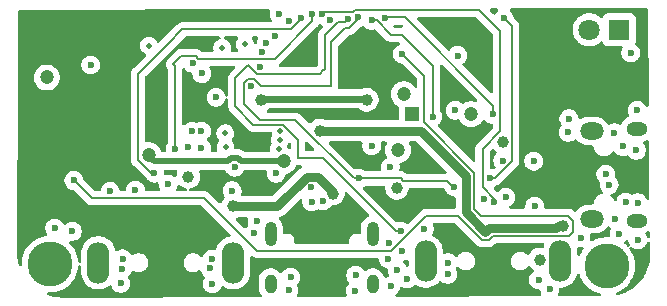
<source format=gbr>
%TF.GenerationSoftware,KiCad,Pcbnew,9.0.3*%
%TF.CreationDate,2025-09-25T12:47:50+01:00*%
%TF.ProjectId,power_bank,706f7765-725f-4626-916e-6b2e6b696361,rev?*%
%TF.SameCoordinates,Original*%
%TF.FileFunction,Copper,L3,Inr*%
%TF.FilePolarity,Positive*%
%FSLAX46Y46*%
G04 Gerber Fmt 4.6, Leading zero omitted, Abs format (unit mm)*
G04 Created by KiCad (PCBNEW 9.0.3) date 2025-09-25 12:47:50*
%MOMM*%
%LPD*%
G01*
G04 APERTURE LIST*
%TA.AperFunction,ComponentPad*%
%ADD10C,3.800000*%
%TD*%
%TA.AperFunction,HeatsinkPad*%
%ADD11O,1.800000X1.150000*%
%TD*%
%TA.AperFunction,HeatsinkPad*%
%ADD12O,2.000000X1.450000*%
%TD*%
%TA.AperFunction,ComponentPad*%
%ADD13R,1.200000X1.200000*%
%TD*%
%TA.AperFunction,ComponentPad*%
%ADD14C,1.200000*%
%TD*%
%TA.AperFunction,HeatsinkPad*%
%ADD15O,1.900000X3.500000*%
%TD*%
%TA.AperFunction,ComponentPad*%
%ADD16R,1.800000X1.800000*%
%TD*%
%TA.AperFunction,ComponentPad*%
%ADD17C,1.800000*%
%TD*%
%TA.AperFunction,HeatsinkPad*%
%ADD18O,1.000000X2.100000*%
%TD*%
%TA.AperFunction,HeatsinkPad*%
%ADD19O,1.000000X1.600000*%
%TD*%
%TA.AperFunction,ViaPad*%
%ADD20C,1.000000*%
%TD*%
%TA.AperFunction,ViaPad*%
%ADD21C,0.600000*%
%TD*%
%TA.AperFunction,ViaPad*%
%ADD22C,1.200000*%
%TD*%
%TA.AperFunction,ViaPad*%
%ADD23C,0.500000*%
%TD*%
%TA.AperFunction,Conductor*%
%ADD24C,0.600000*%
%TD*%
%TA.AperFunction,Conductor*%
%ADD25C,0.200000*%
%TD*%
%TA.AperFunction,Conductor*%
%ADD26C,0.500000*%
%TD*%
%TA.AperFunction,Conductor*%
%ADD27C,0.800000*%
%TD*%
G04 APERTURE END LIST*
D10*
%TO.N,GND*%
%TO.C,H2*%
X93530000Y-117160000D03*
%TD*%
D11*
%TO.N,GND*%
%TO.C,J4*%
X143185000Y-113510000D03*
D12*
X139385000Y-113360000D03*
X139385000Y-105910000D03*
D11*
X143185000Y-105760000D03*
%TD*%
D13*
%TO.N,VSYS*%
%TO.C,C1*%
X124180000Y-104490000D03*
D14*
%TO.N,GND*%
X129180000Y-104490000D03*
%TD*%
D10*
%TO.N,GND*%
%TO.C,H1*%
X140640000Y-117310000D03*
%TD*%
D15*
%TO.N,GND*%
%TO.C,J1*%
X109020000Y-117070000D03*
X97620000Y-117070000D03*
%TD*%
%TO.N,GND*%
%TO.C,J2*%
X136720000Y-116920000D03*
X125320000Y-116920000D03*
%TD*%
D16*
%TO.N,GND*%
%TO.C,D3*%
X141710000Y-97330000D03*
D17*
%TO.N,Net-(D3-A)*%
X139170000Y-97330000D03*
%TD*%
D18*
%TO.N,GND*%
%TO.C,J5*%
X112210000Y-114650000D03*
D19*
X112210000Y-118830000D03*
D18*
X120850000Y-114650000D03*
D19*
X120850000Y-118830000D03*
%TD*%
D20*
%TO.N,VSYS*%
X111340000Y-103300000D03*
X120340000Y-103260000D03*
D21*
%TO.N,GND*%
X142690000Y-99300000D03*
X123750000Y-118430000D03*
X141730000Y-114590000D03*
X127810000Y-104140000D03*
X122920000Y-117690000D03*
X113890000Y-118280000D03*
X99500000Y-118810000D03*
X99620000Y-117600000D03*
X134880000Y-118510000D03*
X113750000Y-119410000D03*
X103520000Y-110410000D03*
X107270000Y-118850000D03*
X143220000Y-104140000D03*
X96960000Y-100320000D03*
X141330000Y-113360000D03*
X135820000Y-119320000D03*
X141310000Y-106050000D03*
X143290000Y-115130000D03*
X127220000Y-117060000D03*
X122170000Y-116710000D03*
X138470000Y-114940000D03*
X137450000Y-104870000D03*
X120750000Y-107160000D03*
X107060000Y-117550000D03*
X123350000Y-116080000D03*
X110830000Y-114540000D03*
X111070000Y-113530000D03*
X122180000Y-115370000D03*
X107570000Y-103060000D03*
X143150000Y-107540000D03*
X143270000Y-111980000D03*
X122370000Y-119030000D03*
X137410000Y-106020000D03*
X119360000Y-119430000D03*
X119410000Y-118140000D03*
X93920000Y-114120000D03*
X95400000Y-114400000D03*
X142270000Y-111920000D03*
X107220000Y-116780000D03*
X127210000Y-118040000D03*
X128020000Y-99520000D03*
X99660000Y-116740000D03*
X127810000Y-104150000D03*
X142020000Y-107220000D03*
%TO.N,VBAT+*%
X123345000Y-99385000D03*
D22*
X93230000Y-101380000D03*
D21*
X95540000Y-110100000D03*
D22*
%TO.N,/POWER_SOC/ledx*%
X101870000Y-107970000D03*
X113290000Y-108460000D03*
D20*
%TO.N,VMID*%
X136960000Y-113920000D03*
D22*
X122980000Y-107520000D03*
D20*
X116341000Y-105891000D03*
X108990000Y-112300000D03*
D22*
X123460000Y-102800000D03*
D20*
X117460000Y-111210000D03*
X122890000Y-110730000D03*
D21*
%TO.N,VBUS*%
X127760000Y-110640000D03*
X119590000Y-96300000D03*
X119660000Y-109929000D03*
D23*
%TO.N,LED3*%
X112870000Y-107440000D03*
X108360000Y-106100000D03*
X108100000Y-98860000D03*
X108380000Y-107270000D03*
D21*
%TO.N,DMA1*%
X113760000Y-96571000D03*
X100750000Y-110920000D03*
X100750000Y-110920000D03*
X100750000Y-110920000D03*
%TO.N,DPA1*%
X112941002Y-96031000D03*
X98600000Y-111000000D03*
%TO.N,DMA2*%
X112600000Y-97900000D03*
X132120000Y-111510000D03*
%TO.N,DPA2*%
X111840000Y-98470000D03*
X111840000Y-98470000D03*
X130230000Y-111630000D03*
X111840000Y-98470000D03*
%TO.N,DPC*%
X116610000Y-111840000D03*
X106370000Y-101040000D03*
X106340000Y-107360000D03*
X106340000Y-105920000D03*
%TO.N,DMC*%
X111260000Y-100483775D03*
X115670000Y-111910000D03*
%TO.N,CC1*%
X111440000Y-99197862D03*
X115640000Y-110690000D03*
%TO.N,CC2*%
X105600000Y-100170000D03*
X105539997Y-105920000D03*
X108930000Y-110960000D03*
X105240000Y-107280000D03*
%TO.N,DMB*%
X131850000Y-108410000D03*
X112660000Y-109489000D03*
X122330000Y-108970000D03*
X134470000Y-108460000D03*
X109140000Y-108970000D03*
X140850000Y-110440000D03*
%TO.N,DPB*%
X140580000Y-109570000D03*
X110540000Y-102080000D03*
%TO.N,VING*%
X120760000Y-96540000D03*
X125910000Y-104690000D03*
%TO.N,VOUT2G*%
X116552851Y-95997809D03*
X131130000Y-111940000D03*
%TO.N,VOUT1G*%
X115740000Y-96020000D03*
X104120000Y-107410000D03*
%TO.N,VBUSG*%
X118740000Y-96430000D03*
X125210000Y-114210000D03*
X123210000Y-114400000D03*
D23*
%TO.N,LED1*%
X113030000Y-105930000D03*
X113030000Y-105930000D03*
X113030000Y-105930000D03*
X110010000Y-98550000D03*
%TO.N,LED2*%
X112980000Y-106660000D03*
X101900000Y-98680000D03*
D21*
%TO.N,VIN*%
X131010000Y-104500000D03*
X121900000Y-96310000D03*
D20*
X131850000Y-106820000D03*
%TO.N,VOUT2*%
X134990000Y-116790000D03*
D21*
X131960000Y-96350000D03*
X134560000Y-112290000D03*
X130740000Y-109900000D03*
X117194972Y-96474972D03*
%TO.N,VOUT1*%
X114790000Y-96350000D03*
D20*
X105230000Y-109770000D03*
D21*
X102360000Y-109470000D03*
%TD*%
D24*
%TO.N,VSYS*%
X111340000Y-103300000D02*
X111650000Y-103300000D01*
X111790000Y-103160000D02*
X120240000Y-103160000D01*
X120240000Y-103160000D02*
X120340000Y-103260000D01*
X111650000Y-103300000D02*
X111790000Y-103160000D01*
D25*
%TO.N,VBAT+*%
X137780000Y-113490000D02*
X137780000Y-114440000D01*
X125359579Y-113100364D02*
X122408943Y-116051000D01*
X129451000Y-112519636D02*
X130011364Y-113080000D01*
X97041000Y-111601000D02*
X95540000Y-110100000D01*
X122408943Y-116051000D02*
X111041786Y-116051000D01*
X137780000Y-114440000D02*
X137419000Y-114801000D01*
X130660364Y-115131000D02*
X130079636Y-115131000D01*
X137419000Y-114801000D02*
X130990364Y-114801000D01*
X130079636Y-115131000D02*
X128049000Y-113100364D01*
X111041786Y-116051000D02*
X110660393Y-115669607D01*
X128049000Y-113100364D02*
X125359579Y-113100364D01*
X123345000Y-99385000D02*
X125201364Y-101241364D01*
X137410000Y-113080000D02*
X137410000Y-113120000D01*
X137410000Y-113120000D02*
X137780000Y-113490000D01*
X106591786Y-111601000D02*
X97041000Y-111601000D01*
X125201364Y-105190000D02*
X129451000Y-109439636D01*
X110660393Y-115669607D02*
X106591786Y-111601000D01*
X130990364Y-114801000D02*
X130660364Y-115131000D01*
X129451000Y-109439636D02*
X129451000Y-112519636D01*
X130011364Y-113080000D02*
X137410000Y-113080000D01*
X125201364Y-101241364D02*
X125201364Y-105190000D01*
D26*
%TO.N,/POWER_SOC/ledx*%
X108828925Y-108219000D02*
X108587925Y-108460000D01*
X108587925Y-108460000D02*
X102360000Y-108460000D01*
X109692075Y-108460000D02*
X109451075Y-108219000D01*
X109451075Y-108219000D02*
X108828925Y-108219000D01*
X102360000Y-108460000D02*
X101870000Y-107970000D01*
X113290000Y-108460000D02*
X109692075Y-108460000D01*
D27*
%TO.N,VMID*%
X136960000Y-113920000D02*
X136500000Y-113920000D01*
X128750000Y-109730000D02*
X124911000Y-105891000D01*
X117460000Y-111210000D02*
X117460000Y-111080000D01*
X136500000Y-113920000D02*
X136320000Y-114100000D01*
X115266793Y-109789000D02*
X112755793Y-112300000D01*
X112755793Y-112300000D02*
X108990000Y-112300000D01*
X130700000Y-114100000D02*
X130370000Y-114430000D01*
X128750000Y-112810000D02*
X128750000Y-109730000D01*
X116169000Y-109789000D02*
X115266793Y-109789000D01*
X124911000Y-105891000D02*
X116341000Y-105891000D01*
X136320000Y-114100000D02*
X130700000Y-114100000D01*
X130370000Y-114430000D02*
X128750000Y-112810000D01*
X117460000Y-111080000D02*
X116169000Y-109789000D01*
D25*
%TO.N,VBUS*%
X118819943Y-97200000D02*
X119590000Y-96429943D01*
X119299000Y-109929000D02*
X119200000Y-109830000D01*
X117340000Y-102080000D02*
X117340000Y-98390000D01*
X123221786Y-109929000D02*
X123422786Y-110130000D01*
X123422786Y-110130000D02*
X127100000Y-110130000D01*
X110291057Y-101479000D02*
X110821786Y-101479000D01*
X109939000Y-101831057D02*
X110291057Y-101479000D01*
X119590000Y-96429943D02*
X119590000Y-96300000D01*
X127760000Y-110750000D02*
X127740000Y-110770000D01*
X109939000Y-103629000D02*
X109939000Y-101831057D01*
X119200000Y-109830000D02*
X119147214Y-109830000D01*
X119147214Y-109830000D02*
X114276214Y-104959000D01*
X127610000Y-110640000D02*
X127760000Y-110640000D01*
X111269000Y-104959000D02*
X109939000Y-103629000D01*
X118530000Y-97200000D02*
X118819943Y-97200000D01*
X111422786Y-102080000D02*
X117340000Y-102080000D01*
X127100000Y-110130000D02*
X127610000Y-110640000D01*
X127760000Y-110640000D02*
X127760000Y-110750000D01*
X119660000Y-109929000D02*
X123221786Y-109929000D01*
X119660000Y-109929000D02*
X119299000Y-109929000D01*
X117340000Y-98390000D02*
X118530000Y-97200000D01*
X110821786Y-101479000D02*
X111422786Y-102080000D01*
X114276214Y-104959000D02*
X111269000Y-104959000D01*
%TO.N,VING*%
X125910000Y-100380000D02*
X125910000Y-104690000D01*
X121190000Y-96540000D02*
X122420000Y-97770000D01*
X125230000Y-99700000D02*
X125910000Y-100380000D01*
X120760000Y-96540000D02*
X121190000Y-96540000D01*
X123300000Y-97770000D02*
X125230000Y-99700000D01*
X122420000Y-97770000D02*
X123300000Y-97770000D01*
%TO.N,VOUT2G*%
X131130000Y-111680057D02*
X131130000Y-111940000D01*
X131611000Y-105926214D02*
X130139000Y-107398214D01*
X116552851Y-95997809D02*
X116552851Y-95885455D01*
X130139000Y-107398214D02*
X130139000Y-110689057D01*
X130139000Y-110689057D02*
X131130000Y-111680057D01*
X118470057Y-95850000D02*
X118491057Y-95829000D01*
X119009943Y-95850000D02*
X119190057Y-95850000D01*
X116552851Y-95885455D02*
X116588306Y-95850000D01*
X131611000Y-97441000D02*
X131611000Y-105926214D01*
X116588306Y-95850000D02*
X118470057Y-95850000D01*
X118491057Y-95829000D02*
X118988943Y-95829000D01*
X119190057Y-95850000D02*
X119341057Y-95699000D01*
X129869000Y-95699000D02*
X131611000Y-97441000D01*
X119341057Y-95699000D02*
X129869000Y-95699000D01*
X118988943Y-95829000D02*
X119009943Y-95850000D01*
%TO.N,VOUT1G*%
X104110000Y-100410000D02*
X104110000Y-107220000D01*
X104110000Y-107400000D02*
X104120000Y-107410000D01*
X106078805Y-99798862D02*
X105848943Y-99569000D01*
X104611000Y-99569000D02*
X103940000Y-100240000D01*
X115740000Y-96610000D02*
X112551138Y-99798862D01*
X104110000Y-107220000D02*
X104110000Y-107400000D01*
X112551138Y-99798862D02*
X106078805Y-99798862D01*
X105848943Y-99569000D02*
X104611000Y-99569000D01*
X115740000Y-96020000D02*
X115740000Y-96610000D01*
X103940000Y-100240000D02*
X104110000Y-100410000D01*
%TO.N,VBUSG*%
X116650000Y-100780000D02*
X116345225Y-101084775D01*
X116810000Y-100010000D02*
X116820000Y-100020000D01*
X116820000Y-100670000D02*
X116710000Y-100780000D01*
X116810000Y-97800000D02*
X116810000Y-100010000D01*
X116710000Y-100780000D02*
X116650000Y-100780000D01*
X113239232Y-105360000D02*
X114510000Y-106630768D01*
X122800000Y-114400000D02*
X123210000Y-114400000D01*
X110730000Y-105360000D02*
X113239232Y-105360000D01*
X116820000Y-100020000D02*
X116820000Y-100670000D01*
X114510000Y-108200000D02*
X116600000Y-108200000D01*
X110283140Y-100356859D02*
X109200000Y-101440000D01*
X116345225Y-101084775D02*
X111011056Y-101084775D01*
X118489000Y-96681000D02*
X117929000Y-96681000D01*
X111011056Y-101084775D02*
X110283140Y-100356859D01*
X109200000Y-101440000D02*
X109200000Y-103830000D01*
X117929000Y-96681000D02*
X116810000Y-97800000D01*
X118740000Y-96430000D02*
X118489000Y-96681000D01*
X109200000Y-103830000D02*
X110730000Y-105360000D01*
X116600000Y-108200000D02*
X122800000Y-114400000D01*
X114510000Y-106630768D02*
X114510000Y-108200000D01*
%TO.N,VIN*%
X123560000Y-96300000D02*
X131030000Y-103770000D01*
X131010000Y-103790000D02*
X131010000Y-104500000D01*
X121910000Y-96300000D02*
X123040000Y-96300000D01*
X121900000Y-96310000D02*
X121910000Y-96300000D01*
X123040000Y-96300000D02*
X123560000Y-96300000D01*
X131030000Y-103770000D02*
X131010000Y-103790000D01*
%TO.N,VOUT2*%
X131209943Y-109900000D02*
X130740000Y-109900000D01*
X131960000Y-96350000D02*
X132651000Y-97041000D01*
X132651000Y-108458943D02*
X131209943Y-109900000D01*
X132651000Y-97041000D02*
X132651000Y-108458943D01*
%TO.N,VOUT1*%
X102095793Y-109470000D02*
X102360000Y-109470000D01*
X103480000Y-98540000D02*
X100969000Y-101051000D01*
X100969000Y-101051000D02*
X100969000Y-108343207D01*
X113881943Y-97299000D02*
X104721000Y-97299000D01*
X114790000Y-96390943D02*
X113881943Y-97299000D01*
X100969000Y-108343207D02*
X102095793Y-109470000D01*
X114790000Y-96350000D02*
X114790000Y-96390943D01*
X104721000Y-97299000D02*
X103480000Y-98540000D01*
%TD*%
%TA.AperFunction,NonConductor*%
G36*
X131415283Y-95549329D02*
G01*
X131461244Y-95601953D01*
X131471458Y-95671073D01*
X131442682Y-95734741D01*
X131436334Y-95741587D01*
X131338210Y-95839711D01*
X131250609Y-95970814D01*
X131250603Y-95970826D01*
X131245309Y-95983607D01*
X131201467Y-96038010D01*
X131135172Y-96060073D01*
X131067473Y-96042792D01*
X131043068Y-96023833D01*
X130762772Y-95743537D01*
X130729287Y-95682214D01*
X130734271Y-95612522D01*
X130776143Y-95556589D01*
X130841607Y-95532172D01*
X130849952Y-95531857D01*
X131348167Y-95529907D01*
X131415283Y-95549329D01*
G37*
%TD.AperFunction*%
%TA.AperFunction,NonConductor*%
G36*
X123268874Y-96903134D02*
G01*
X123278137Y-96901848D01*
X123301862Y-96912820D01*
X123326942Y-96920185D01*
X123339275Y-96930123D01*
X123341553Y-96931177D01*
X123342573Y-96932780D01*
X123347584Y-96936819D01*
X123368583Y-96957818D01*
X123402068Y-97019141D01*
X123397084Y-97088833D01*
X123355212Y-97144766D01*
X123289748Y-97169183D01*
X123280902Y-97169499D01*
X123213339Y-97169499D01*
X123213339Y-97169498D01*
X123213331Y-97169500D01*
X122720098Y-97169500D01*
X122653059Y-97149815D01*
X122632417Y-97133181D01*
X122611417Y-97112181D01*
X122577932Y-97050858D01*
X122582916Y-96981166D01*
X122624788Y-96925233D01*
X122690252Y-96900816D01*
X122699098Y-96900500D01*
X122960943Y-96900500D01*
X123259903Y-96900500D01*
X123268874Y-96903134D01*
G37*
%TD.AperFunction*%
%TA.AperFunction,NonConductor*%
G36*
X111036202Y-97902362D02*
G01*
X111046282Y-97901096D01*
X111069159Y-97912039D01*
X111093493Y-97919185D01*
X111100145Y-97926862D01*
X111109311Y-97931247D01*
X111122641Y-97952823D01*
X111139248Y-97971989D01*
X111140693Y-97982044D01*
X111146034Y-97990688D01*
X111145582Y-98016045D01*
X111149192Y-98041147D01*
X111144938Y-98052247D01*
X111144791Y-98060546D01*
X111133001Y-98085190D01*
X111133479Y-98085446D01*
X111130602Y-98090827D01*
X111070264Y-98236498D01*
X111070261Y-98236510D01*
X111039500Y-98391153D01*
X111039500Y-98436434D01*
X111037263Y-98444051D01*
X111038533Y-98451887D01*
X111027560Y-98477095D01*
X111019815Y-98503473D01*
X111013105Y-98510303D01*
X111010648Y-98515950D01*
X110984391Y-98539536D01*
X110952204Y-98561043D01*
X110885527Y-98581921D01*
X110818147Y-98563437D01*
X110771456Y-98511458D01*
X110763263Y-98481743D01*
X110761689Y-98482057D01*
X110731659Y-98331092D01*
X110731658Y-98331091D01*
X110731658Y-98331087D01*
X110728932Y-98324505D01*
X110675087Y-98194511D01*
X110675080Y-98194498D01*
X110606854Y-98092391D01*
X110585976Y-98025714D01*
X110604460Y-97958333D01*
X110656439Y-97911643D01*
X110709956Y-97899500D01*
X111026454Y-97899500D01*
X111036202Y-97902362D01*
G37*
%TD.AperFunction*%
%TA.AperFunction,NonConductor*%
G36*
X109377083Y-97919185D02*
G01*
X109422838Y-97971989D01*
X109432782Y-98041147D01*
X109413146Y-98092391D01*
X109344919Y-98194498D01*
X109344912Y-98194511D01*
X109288343Y-98331082D01*
X109288340Y-98331092D01*
X109259500Y-98476079D01*
X109259500Y-98476082D01*
X109259500Y-98623918D01*
X109259500Y-98623920D01*
X109259499Y-98623920D01*
X109288340Y-98768907D01*
X109288343Y-98768917D01*
X109344912Y-98905488D01*
X109344919Y-98905501D01*
X109411717Y-99005471D01*
X109432595Y-99072149D01*
X109414110Y-99139529D01*
X109362131Y-99186219D01*
X109308615Y-99198362D01*
X108948993Y-99198362D01*
X108881954Y-99178677D01*
X108836199Y-99125873D01*
X108826255Y-99056715D01*
X108827376Y-99050170D01*
X108850500Y-98933920D01*
X108850500Y-98786079D01*
X108821659Y-98641092D01*
X108821658Y-98641091D01*
X108821658Y-98641087D01*
X108814547Y-98623920D01*
X108765087Y-98504511D01*
X108765080Y-98504498D01*
X108682951Y-98381584D01*
X108682948Y-98381580D01*
X108578419Y-98277051D01*
X108578415Y-98277048D01*
X108455501Y-98194919D01*
X108455488Y-98194912D01*
X108318235Y-98138061D01*
X108263831Y-98094220D01*
X108241766Y-98027926D01*
X108259045Y-97960227D01*
X108310182Y-97912616D01*
X108365687Y-97899500D01*
X109310044Y-97899500D01*
X109377083Y-97919185D01*
G37*
%TD.AperFunction*%
%TA.AperFunction,NonConductor*%
G36*
X116401258Y-96810370D02*
G01*
X116401434Y-96810337D01*
X116433876Y-96823325D01*
X116466031Y-96836095D01*
X116466190Y-96836261D01*
X116466299Y-96836305D01*
X116468152Y-96838308D01*
X116490457Y-96861571D01*
X116491632Y-96863212D01*
X116573183Y-96985261D01*
X116593859Y-97005937D01*
X116599789Y-97014216D01*
X116622823Y-97080180D01*
X116606537Y-97148125D01*
X116586662Y-97174102D01*
X116441286Y-97319478D01*
X116329481Y-97431282D01*
X116329479Y-97431285D01*
X116279361Y-97518094D01*
X116279359Y-97518096D01*
X116250425Y-97568209D01*
X116250424Y-97568210D01*
X116234544Y-97627472D01*
X116209499Y-97720943D01*
X116209499Y-97720945D01*
X116209499Y-97889046D01*
X116209500Y-97889059D01*
X116209500Y-99930939D01*
X116209499Y-99930943D01*
X116209499Y-100089057D01*
X116218757Y-100123610D01*
X116219371Y-100137059D01*
X116218971Y-100138691D01*
X116219500Y-100142706D01*
X116219500Y-100309902D01*
X116199815Y-100376941D01*
X116183181Y-100397583D01*
X116169480Y-100411284D01*
X116169474Y-100411288D01*
X116132809Y-100447955D01*
X116071487Y-100481441D01*
X116045127Y-100484275D01*
X113014323Y-100484275D01*
X112993077Y-100478036D01*
X112970991Y-100476457D01*
X112960207Y-100468384D01*
X112947284Y-100464590D01*
X112932785Y-100447857D01*
X112915057Y-100434587D01*
X112910348Y-100421964D01*
X112901529Y-100411786D01*
X112898377Y-100389870D01*
X112890639Y-100369123D01*
X112893502Y-100355960D01*
X112891585Y-100342628D01*
X112900783Y-100322485D01*
X112905490Y-100300850D01*
X112918759Y-100283123D01*
X112920610Y-100279072D01*
X112926641Y-100272595D01*
X113031658Y-100167578D01*
X113031659Y-100167575D01*
X116098506Y-97100728D01*
X116098511Y-97100724D01*
X116108714Y-97090520D01*
X116108716Y-97090520D01*
X116220520Y-96978716D01*
X116282261Y-96871775D01*
X116307488Y-96847721D01*
X116332525Y-96823717D01*
X116332699Y-96823682D01*
X116332827Y-96823561D01*
X116367065Y-96816961D01*
X116401095Y-96810306D01*
X116401258Y-96810370D01*
G37*
%TD.AperFunction*%
%TA.AperFunction,NonConductor*%
G36*
X129635942Y-96319185D02*
G01*
X129656584Y-96335819D01*
X130974181Y-97653416D01*
X131007666Y-97714739D01*
X131010500Y-97741097D01*
X131010500Y-102601903D01*
X130990815Y-102668942D01*
X130938011Y-102714697D01*
X130868853Y-102724641D01*
X130805297Y-102695616D01*
X130798819Y-102689584D01*
X128469721Y-100360486D01*
X128436236Y-100299163D01*
X128441220Y-100229471D01*
X128483092Y-100173538D01*
X128488483Y-100169722D01*
X128530289Y-100141789D01*
X128641789Y-100030289D01*
X128729394Y-99899179D01*
X128789737Y-99753497D01*
X128820500Y-99598842D01*
X128820500Y-99441158D01*
X128820500Y-99441155D01*
X128820499Y-99441153D01*
X128803644Y-99356419D01*
X128789737Y-99286503D01*
X128779980Y-99262948D01*
X128729397Y-99140827D01*
X128729390Y-99140814D01*
X128641789Y-99009711D01*
X128641786Y-99009707D01*
X128530292Y-98898213D01*
X128530288Y-98898210D01*
X128399185Y-98810609D01*
X128399172Y-98810602D01*
X128253501Y-98750264D01*
X128253489Y-98750261D01*
X128098845Y-98719500D01*
X128098842Y-98719500D01*
X127941158Y-98719500D01*
X127941155Y-98719500D01*
X127786510Y-98750261D01*
X127786498Y-98750264D01*
X127640827Y-98810602D01*
X127640814Y-98810609D01*
X127509711Y-98898210D01*
X127509707Y-98898213D01*
X127398213Y-99009707D01*
X127398210Y-99009711D01*
X127370296Y-99051488D01*
X127316684Y-99096293D01*
X127247359Y-99105000D01*
X127184331Y-99074845D01*
X127179513Y-99070278D01*
X124620416Y-96511181D01*
X124586931Y-96449858D01*
X124591915Y-96380166D01*
X124633787Y-96324233D01*
X124699251Y-96299816D01*
X124708097Y-96299500D01*
X129568903Y-96299500D01*
X129635942Y-96319185D01*
G37*
%TD.AperFunction*%
%TA.AperFunction,NonConductor*%
G36*
X120045547Y-96993345D02*
G01*
X120048386Y-96992886D01*
X120077975Y-97005766D01*
X120108111Y-97017309D01*
X120110615Y-97019974D01*
X120112449Y-97020773D01*
X120136031Y-97047027D01*
X120138211Y-97050289D01*
X120138214Y-97050293D01*
X120249707Y-97161786D01*
X120249711Y-97161789D01*
X120380814Y-97249390D01*
X120380827Y-97249397D01*
X120526498Y-97309735D01*
X120526503Y-97309737D01*
X120633263Y-97330973D01*
X120681153Y-97340499D01*
X120681156Y-97340500D01*
X120681158Y-97340500D01*
X120838844Y-97340500D01*
X120838845Y-97340499D01*
X120993497Y-97309737D01*
X120999678Y-97307176D01*
X121069144Y-97299703D01*
X121131626Y-97330973D01*
X121134816Y-97334051D01*
X122051284Y-98250520D01*
X122051286Y-98250521D01*
X122051290Y-98250524D01*
X122170883Y-98319570D01*
X122188216Y-98329577D01*
X122340943Y-98370501D01*
X122340945Y-98370501D01*
X122506654Y-98370501D01*
X122506670Y-98370500D01*
X122999903Y-98370500D01*
X123029343Y-98379144D01*
X123059330Y-98385668D01*
X123064345Y-98389422D01*
X123066942Y-98390185D01*
X123087584Y-98406819D01*
X123110757Y-98429992D01*
X123144242Y-98491315D01*
X123139258Y-98561007D01*
X123097386Y-98616940D01*
X123070529Y-98632234D01*
X122965824Y-98675604D01*
X122965814Y-98675609D01*
X122834711Y-98763210D01*
X122834707Y-98763213D01*
X122723213Y-98874707D01*
X122723210Y-98874711D01*
X122635609Y-99005814D01*
X122635602Y-99005827D01*
X122575264Y-99151498D01*
X122575261Y-99151510D01*
X122544500Y-99306153D01*
X122544500Y-99463846D01*
X122575261Y-99618489D01*
X122575264Y-99618501D01*
X122635602Y-99764172D01*
X122635609Y-99764185D01*
X122723210Y-99895288D01*
X122723213Y-99895292D01*
X122834707Y-100006786D01*
X122834711Y-100006789D01*
X122965814Y-100094390D01*
X122965827Y-100094397D01*
X123082457Y-100142706D01*
X123111503Y-100154737D01*
X123176044Y-100167575D01*
X123266849Y-100185638D01*
X123328760Y-100218023D01*
X123330339Y-100219574D01*
X124564545Y-101453780D01*
X124598030Y-101515103D01*
X124600864Y-101541461D01*
X124600864Y-102116349D01*
X124581179Y-102183388D01*
X124528375Y-102229143D01*
X124459217Y-102239087D01*
X124395661Y-102210062D01*
X124376546Y-102189235D01*
X124372298Y-102183388D01*
X124299414Y-102083072D01*
X124176928Y-101960586D01*
X124036788Y-101858768D01*
X123940558Y-101809737D01*
X123882447Y-101780128D01*
X123882446Y-101780127D01*
X123882445Y-101780127D01*
X123717701Y-101726598D01*
X123717699Y-101726597D01*
X123717698Y-101726597D01*
X123586271Y-101705781D01*
X123546611Y-101699500D01*
X123373389Y-101699500D01*
X123333728Y-101705781D01*
X123202302Y-101726597D01*
X123037552Y-101780128D01*
X122883211Y-101858768D01*
X122803256Y-101916859D01*
X122743072Y-101960586D01*
X122743070Y-101960588D01*
X122743069Y-101960588D01*
X122620588Y-102083069D01*
X122620588Y-102083070D01*
X122620586Y-102083072D01*
X122610518Y-102096930D01*
X122518768Y-102223211D01*
X122440128Y-102377552D01*
X122386597Y-102542302D01*
X122373940Y-102622218D01*
X122359500Y-102713389D01*
X122359500Y-102886611D01*
X122386598Y-103057701D01*
X122440127Y-103222445D01*
X122518768Y-103376788D01*
X122620586Y-103516928D01*
X122743072Y-103639414D01*
X122801392Y-103681786D01*
X122883213Y-103741233D01*
X123011794Y-103806747D01*
X123062590Y-103854721D01*
X123079500Y-103917232D01*
X123079500Y-104399423D01*
X123079501Y-104866500D01*
X123059817Y-104933539D01*
X123007013Y-104979294D01*
X122955501Y-104990500D01*
X116806098Y-104990500D01*
X116758646Y-104981061D01*
X116632839Y-104928950D01*
X116632829Y-104928947D01*
X116439543Y-104890500D01*
X116439541Y-104890500D01*
X116242459Y-104890500D01*
X116242457Y-104890500D01*
X116049170Y-104928947D01*
X116049160Y-104928950D01*
X115867092Y-105004364D01*
X115867079Y-105004371D01*
X115703218Y-105113860D01*
X115579444Y-105237634D01*
X115518121Y-105271118D01*
X115448429Y-105266134D01*
X115404082Y-105237633D01*
X114763804Y-104597355D01*
X114763802Y-104597352D01*
X114644931Y-104478481D01*
X114644930Y-104478480D01*
X114558118Y-104428360D01*
X114558118Y-104428359D01*
X114558114Y-104428358D01*
X114507999Y-104399423D01*
X114355271Y-104358499D01*
X114197157Y-104358499D01*
X114189561Y-104358499D01*
X114189545Y-104358500D01*
X111965469Y-104358500D01*
X111938960Y-104350716D01*
X111911699Y-104346235D01*
X111905910Y-104341011D01*
X111898430Y-104338815D01*
X111880342Y-104317940D01*
X111859826Y-104299428D01*
X111857779Y-104291902D01*
X111852675Y-104286011D01*
X111848743Y-104258668D01*
X111841494Y-104232006D01*
X111843840Y-104224570D01*
X111842731Y-104216853D01*
X111854208Y-104191721D01*
X111862523Y-104165376D01*
X111869350Y-104158563D01*
X111871756Y-104153297D01*
X111886168Y-104139173D01*
X111891174Y-104135008D01*
X111977782Y-104077139D01*
X112062111Y-103992809D01*
X112066482Y-103989173D01*
X112093545Y-103977465D01*
X112119425Y-103963334D01*
X112128455Y-103962363D01*
X112130608Y-103961432D01*
X112133181Y-103961854D01*
X112145783Y-103960500D01*
X119574217Y-103960500D01*
X119641256Y-103980185D01*
X119661899Y-103996820D01*
X119702214Y-104037136D01*
X119702218Y-104037139D01*
X119866079Y-104146628D01*
X119866092Y-104146635D01*
X119991831Y-104198717D01*
X120048165Y-104222051D01*
X120048169Y-104222051D01*
X120048170Y-104222052D01*
X120241456Y-104260500D01*
X120241459Y-104260500D01*
X120438543Y-104260500D01*
X120581788Y-104232006D01*
X120631835Y-104222051D01*
X120813914Y-104146632D01*
X120977782Y-104037139D01*
X121117139Y-103897782D01*
X121226632Y-103733914D01*
X121302051Y-103551835D01*
X121318304Y-103470127D01*
X121340500Y-103358543D01*
X121340500Y-103161456D01*
X121302052Y-102968170D01*
X121302051Y-102968169D01*
X121302051Y-102968165D01*
X121277279Y-102908360D01*
X121226635Y-102786092D01*
X121226628Y-102786079D01*
X121117139Y-102622218D01*
X121117136Y-102622214D01*
X120977785Y-102482863D01*
X120977781Y-102482860D01*
X120813920Y-102373371D01*
X120813907Y-102373364D01*
X120631839Y-102297950D01*
X120631829Y-102297947D01*
X120438543Y-102259500D01*
X120438541Y-102259500D01*
X120241459Y-102259500D01*
X120241457Y-102259500D01*
X120048170Y-102297947D01*
X120048160Y-102297950D01*
X119922354Y-102350061D01*
X119874902Y-102359500D01*
X118048391Y-102359500D01*
X117981352Y-102339815D01*
X117935597Y-102287011D01*
X117925653Y-102217853D01*
X117928613Y-102203417D01*
X117940500Y-102159057D01*
X117940500Y-98690097D01*
X117960185Y-98623058D01*
X117976819Y-98602416D01*
X118742415Y-97836820D01*
X118803738Y-97803335D01*
X118830096Y-97800501D01*
X118898997Y-97800501D01*
X118899000Y-97800501D01*
X119051728Y-97759577D01*
X119101847Y-97730639D01*
X119188659Y-97680520D01*
X119300463Y-97568716D01*
X119300463Y-97568714D01*
X119310671Y-97558507D01*
X119310673Y-97558504D01*
X119767003Y-97102173D01*
X119818690Y-97071194D01*
X119823481Y-97069739D01*
X119823497Y-97069737D01*
X119969179Y-97009394D01*
X119969189Y-97009386D01*
X119974463Y-97006568D01*
X119977277Y-97005981D01*
X119979416Y-97004061D01*
X120011274Y-96998899D01*
X120042864Y-96992318D01*
X120045547Y-96993345D01*
G37*
%TD.AperFunction*%
%TA.AperFunction,NonConductor*%
G36*
X113848773Y-106893886D02*
G01*
X113896384Y-106945023D01*
X113909500Y-107000528D01*
X113909500Y-107338181D01*
X113900142Y-107370048D01*
X113891696Y-107402200D01*
X113890334Y-107403449D01*
X113889815Y-107405220D01*
X113864716Y-107426968D01*
X113840226Y-107449451D01*
X113838405Y-107449766D01*
X113837011Y-107450975D01*
X113804130Y-107455702D01*
X113771381Y-107461375D01*
X113769216Y-107460722D01*
X113767853Y-107460919D01*
X113737245Y-107452407D01*
X113733154Y-107450679D01*
X113712445Y-107440127D01*
X113693955Y-107434119D01*
X113689076Y-107432058D01*
X113665973Y-107413171D01*
X113641337Y-107396326D01*
X113638806Y-107390962D01*
X113634982Y-107387836D01*
X113629779Y-107371832D01*
X113615714Y-107342023D01*
X113608650Y-107306510D01*
X113591658Y-107221087D01*
X113584896Y-107204764D01*
X113577428Y-107135295D01*
X113596354Y-107088424D01*
X113645084Y-107015495D01*
X113659444Y-106980827D01*
X113670939Y-106953076D01*
X113714779Y-106898672D01*
X113781074Y-106876607D01*
X113848773Y-106893886D01*
G37*
%TD.AperFunction*%
%TA.AperFunction,NonConductor*%
G36*
X115315703Y-106848170D02*
G01*
X115322181Y-106854202D01*
X115855798Y-107387819D01*
X115889283Y-107449142D01*
X115884299Y-107518834D01*
X115842427Y-107574767D01*
X115776963Y-107599184D01*
X115768117Y-107599500D01*
X115234500Y-107599500D01*
X115167461Y-107579815D01*
X115121706Y-107527011D01*
X115110500Y-107475500D01*
X115110500Y-106941883D01*
X115130185Y-106874844D01*
X115182989Y-106829089D01*
X115252147Y-106819145D01*
X115315703Y-106848170D01*
G37*
%TD.AperFunction*%
%TA.AperFunction,NonConductor*%
G36*
X109159079Y-100419047D02*
G01*
X109204834Y-100471851D01*
X109214778Y-100541009D01*
X109185753Y-100604565D01*
X109179721Y-100611043D01*
X108719481Y-101071282D01*
X108719475Y-101071290D01*
X108640426Y-101208209D01*
X108640423Y-101208214D01*
X108620101Y-101284058D01*
X108599499Y-101360943D01*
X108599499Y-101360944D01*
X108599499Y-101360945D01*
X108599500Y-101453491D01*
X108599500Y-102873425D01*
X108579815Y-102940464D01*
X108527011Y-102986219D01*
X108457853Y-102996163D01*
X108394297Y-102967138D01*
X108356523Y-102908360D01*
X108353883Y-102897617D01*
X108339738Y-102826508D01*
X108339737Y-102826507D01*
X108339737Y-102826503D01*
X108339735Y-102826498D01*
X108279397Y-102680827D01*
X108279390Y-102680814D01*
X108191789Y-102549711D01*
X108191786Y-102549707D01*
X108080292Y-102438213D01*
X108080288Y-102438210D01*
X107949185Y-102350609D01*
X107949172Y-102350602D01*
X107803501Y-102290264D01*
X107803489Y-102290261D01*
X107648845Y-102259500D01*
X107648842Y-102259500D01*
X107491158Y-102259500D01*
X107491155Y-102259500D01*
X107336510Y-102290261D01*
X107336498Y-102290264D01*
X107190827Y-102350602D01*
X107190814Y-102350609D01*
X107059711Y-102438210D01*
X107059707Y-102438213D01*
X106948213Y-102549707D01*
X106948210Y-102549711D01*
X106860609Y-102680814D01*
X106860602Y-102680827D01*
X106800264Y-102826498D01*
X106800261Y-102826510D01*
X106769500Y-102981153D01*
X106769500Y-103138846D01*
X106800261Y-103293489D01*
X106800264Y-103293501D01*
X106860602Y-103439172D01*
X106860609Y-103439185D01*
X106948210Y-103570288D01*
X106948213Y-103570292D01*
X107059707Y-103681786D01*
X107059711Y-103681789D01*
X107190814Y-103769390D01*
X107190827Y-103769397D01*
X107312689Y-103819873D01*
X107336503Y-103829737D01*
X107491153Y-103860499D01*
X107491156Y-103860500D01*
X107491158Y-103860500D01*
X107648844Y-103860500D01*
X107648845Y-103860499D01*
X107803497Y-103829737D01*
X107916166Y-103783067D01*
X107949172Y-103769397D01*
X107949172Y-103769396D01*
X107949179Y-103769394D01*
X108080289Y-103681789D01*
X108191789Y-103570289D01*
X108279394Y-103439179D01*
X108339737Y-103293497D01*
X108353870Y-103222447D01*
X108353883Y-103222383D01*
X108386268Y-103160472D01*
X108446983Y-103125898D01*
X108516753Y-103129637D01*
X108573425Y-103170504D01*
X108599006Y-103235522D01*
X108599500Y-103246574D01*
X108599500Y-103743330D01*
X108599499Y-103743348D01*
X108599499Y-103909054D01*
X108599498Y-103909054D01*
X108640423Y-104061785D01*
X108662637Y-104100259D01*
X108662638Y-104100263D01*
X108662639Y-104100263D01*
X108715441Y-104191721D01*
X108719479Y-104198714D01*
X108719481Y-104198717D01*
X108838349Y-104317585D01*
X108838354Y-104317589D01*
X110361284Y-105840520D01*
X110361286Y-105840521D01*
X110361290Y-105840524D01*
X110431557Y-105881092D01*
X110498216Y-105919577D01*
X110650943Y-105960501D01*
X110650945Y-105960501D01*
X110816654Y-105960501D01*
X110816670Y-105960500D01*
X112169100Y-105960500D01*
X112195576Y-105968274D01*
X112222813Y-105972737D01*
X112228629Y-105977979D01*
X112236139Y-105980185D01*
X112254207Y-106001037D01*
X112274710Y-106019519D01*
X112278424Y-106028985D01*
X112281894Y-106032989D01*
X112288739Y-106051905D01*
X112289874Y-106056072D01*
X112308342Y-106148913D01*
X112328287Y-106197066D01*
X112330356Y-106204659D01*
X112329818Y-106232041D01*
X112332746Y-106259273D01*
X112329108Y-106268285D01*
X112328986Y-106274515D01*
X112322977Y-106283473D01*
X112316858Y-106298633D01*
X112317789Y-106299131D01*
X112314914Y-106304508D01*
X112258342Y-106441086D01*
X112258340Y-106441092D01*
X112229500Y-106586079D01*
X112229500Y-106586082D01*
X112229500Y-106733918D01*
X112229500Y-106733920D01*
X112229499Y-106733920D01*
X112258340Y-106878906D01*
X112258342Y-106878913D01*
X112265104Y-106895239D01*
X112272570Y-106964708D01*
X112253644Y-107011577D01*
X112204918Y-107084500D01*
X112204912Y-107084511D01*
X112148343Y-107221082D01*
X112148340Y-107221092D01*
X112119500Y-107366079D01*
X112119500Y-107513922D01*
X112128926Y-107561309D01*
X112122699Y-107630900D01*
X112079836Y-107686078D01*
X112013946Y-107709322D01*
X112007309Y-107709500D01*
X110054305Y-107709500D01*
X110032242Y-107703021D01*
X110009330Y-107701056D01*
X109996068Y-107692399D01*
X109987266Y-107689815D01*
X109978596Y-107683704D01*
X109972270Y-107678827D01*
X109929491Y-107636048D01*
X109837629Y-107574669D01*
X109834144Y-107572340D01*
X109834141Y-107572338D01*
X109806575Y-107553919D01*
X109806563Y-107553912D01*
X109669992Y-107497343D01*
X109669982Y-107497340D01*
X109524995Y-107468500D01*
X109524993Y-107468500D01*
X109254500Y-107468500D01*
X109187461Y-107448815D01*
X109141706Y-107396011D01*
X109130500Y-107344500D01*
X109130500Y-107196079D01*
X109101659Y-107051092D01*
X109101658Y-107051091D01*
X109101658Y-107051087D01*
X109092413Y-107028768D01*
X109045087Y-106914511D01*
X109045080Y-106914498D01*
X108962951Y-106791584D01*
X108962948Y-106791580D01*
X108934048Y-106762680D01*
X108900563Y-106701357D01*
X108905547Y-106631665D01*
X108934047Y-106587319D01*
X108942951Y-106578416D01*
X109025084Y-106455495D01*
X109081658Y-106318913D01*
X109110500Y-106173918D01*
X109110500Y-106026082D01*
X109110500Y-106026079D01*
X109081659Y-105881092D01*
X109081658Y-105881091D01*
X109081658Y-105881087D01*
X109042478Y-105786498D01*
X109025087Y-105744511D01*
X109025080Y-105744498D01*
X108942951Y-105621584D01*
X108942948Y-105621580D01*
X108838419Y-105517051D01*
X108838415Y-105517048D01*
X108715501Y-105434919D01*
X108715488Y-105434912D01*
X108578917Y-105378343D01*
X108578907Y-105378340D01*
X108433920Y-105349500D01*
X108433918Y-105349500D01*
X108286082Y-105349500D01*
X108286080Y-105349500D01*
X108141092Y-105378340D01*
X108141082Y-105378343D01*
X108004511Y-105434912D01*
X108004498Y-105434919D01*
X107881584Y-105517048D01*
X107881580Y-105517051D01*
X107777051Y-105621580D01*
X107777048Y-105621584D01*
X107694919Y-105744498D01*
X107694912Y-105744511D01*
X107638343Y-105881082D01*
X107638340Y-105881092D01*
X107609500Y-106026079D01*
X107609500Y-106026082D01*
X107609500Y-106173918D01*
X107609500Y-106173920D01*
X107609499Y-106173920D01*
X107638340Y-106318907D01*
X107638343Y-106318917D01*
X107694912Y-106455488D01*
X107694919Y-106455501D01*
X107777048Y-106578415D01*
X107777051Y-106578419D01*
X107805951Y-106607319D01*
X107839436Y-106668642D01*
X107834452Y-106738334D01*
X107805955Y-106782678D01*
X107797046Y-106791586D01*
X107797046Y-106791587D01*
X107714919Y-106914498D01*
X107714912Y-106914511D01*
X107658343Y-107051082D01*
X107658340Y-107051092D01*
X107629500Y-107196079D01*
X107629500Y-107196082D01*
X107629500Y-107343918D01*
X107629500Y-107343920D01*
X107629499Y-107343920D01*
X107658340Y-107488907D01*
X107658343Y-107488917D01*
X107678694Y-107538048D01*
X107686163Y-107607517D01*
X107654888Y-107669996D01*
X107594799Y-107705648D01*
X107564133Y-107709500D01*
X107237757Y-107709500D01*
X107170718Y-107689815D01*
X107124963Y-107637011D01*
X107115019Y-107567853D01*
X107116140Y-107561308D01*
X107140500Y-107438844D01*
X107140500Y-107281155D01*
X107140499Y-107281153D01*
X107134913Y-107253069D01*
X107109737Y-107126503D01*
X107100965Y-107105325D01*
X107049397Y-106980827D01*
X107049390Y-106980814D01*
X106961789Y-106849711D01*
X106961786Y-106849707D01*
X106850295Y-106738216D01*
X106847419Y-106735856D01*
X106846316Y-106734237D01*
X106845982Y-106733903D01*
X106846045Y-106733839D01*
X106808083Y-106678111D01*
X106806210Y-106608267D01*
X106842396Y-106548497D01*
X106847419Y-106544144D01*
X106850281Y-106541793D01*
X106850289Y-106541789D01*
X106961789Y-106430289D01*
X107049394Y-106299179D01*
X107109737Y-106153497D01*
X107140500Y-105998842D01*
X107140500Y-105841158D01*
X107140500Y-105841155D01*
X107140499Y-105841153D01*
X107129627Y-105786498D01*
X107109737Y-105686503D01*
X107069972Y-105590500D01*
X107049397Y-105540827D01*
X107049390Y-105540814D01*
X106961789Y-105409711D01*
X106961786Y-105409707D01*
X106850292Y-105298213D01*
X106850288Y-105298210D01*
X106719185Y-105210609D01*
X106719172Y-105210602D01*
X106573501Y-105150264D01*
X106573489Y-105150261D01*
X106418845Y-105119500D01*
X106418842Y-105119500D01*
X106261158Y-105119500D01*
X106261155Y-105119500D01*
X106106510Y-105150261D01*
X106106498Y-105150264D01*
X105987450Y-105199575D01*
X105917980Y-105207044D01*
X105892546Y-105199575D01*
X105773498Y-105150264D01*
X105773486Y-105150261D01*
X105618842Y-105119500D01*
X105618839Y-105119500D01*
X105461155Y-105119500D01*
X105461152Y-105119500D01*
X105306507Y-105150261D01*
X105306495Y-105150264D01*
X105160824Y-105210602D01*
X105160811Y-105210609D01*
X105029708Y-105298210D01*
X105029704Y-105298213D01*
X104922181Y-105405737D01*
X104860858Y-105439222D01*
X104791166Y-105434238D01*
X104735233Y-105392366D01*
X104710816Y-105326902D01*
X104710500Y-105318056D01*
X104710500Y-100688405D01*
X104730185Y-100621366D01*
X104782989Y-100575611D01*
X104852147Y-100565667D01*
X104915703Y-100594692D01*
X104937602Y-100619514D01*
X104978210Y-100680288D01*
X104978213Y-100680292D01*
X105089707Y-100791786D01*
X105089711Y-100791789D01*
X105220814Y-100879390D01*
X105220827Y-100879397D01*
X105366498Y-100939735D01*
X105366503Y-100939737D01*
X105412291Y-100948844D01*
X105469691Y-100960263D01*
X105531602Y-100992648D01*
X105566176Y-101053364D01*
X105569500Y-101081880D01*
X105569500Y-101118846D01*
X105600261Y-101273489D01*
X105600264Y-101273501D01*
X105660602Y-101419172D01*
X105660609Y-101419185D01*
X105748210Y-101550288D01*
X105748213Y-101550292D01*
X105859707Y-101661786D01*
X105859711Y-101661789D01*
X105990814Y-101749390D01*
X105990827Y-101749397D01*
X106118898Y-101802445D01*
X106136503Y-101809737D01*
X106291153Y-101840499D01*
X106291156Y-101840500D01*
X106291158Y-101840500D01*
X106448844Y-101840500D01*
X106448845Y-101840499D01*
X106603497Y-101809737D01*
X106749179Y-101749394D01*
X106880289Y-101661789D01*
X106991789Y-101550289D01*
X107079394Y-101419179D01*
X107139737Y-101273497D01*
X107170500Y-101118842D01*
X107170500Y-100961158D01*
X107170500Y-100961155D01*
X107170499Y-100961153D01*
X107166239Y-100939735D01*
X107139737Y-100806503D01*
X107138374Y-100803212D01*
X107079397Y-100660827D01*
X107079390Y-100660814D01*
X107033579Y-100592253D01*
X107012701Y-100525575D01*
X107031186Y-100458195D01*
X107083164Y-100411505D01*
X107136681Y-100399362D01*
X109092040Y-100399362D01*
X109159079Y-100419047D01*
G37*
%TD.AperFunction*%
%TA.AperFunction,NonConductor*%
G36*
X107901352Y-97919185D02*
G01*
X107947107Y-97971989D01*
X107957051Y-98041147D01*
X107928026Y-98104703D01*
X107881765Y-98138061D01*
X107744511Y-98194912D01*
X107744498Y-98194919D01*
X107621584Y-98277048D01*
X107621580Y-98277051D01*
X107517051Y-98381580D01*
X107517048Y-98381584D01*
X107434919Y-98504498D01*
X107434912Y-98504511D01*
X107378343Y-98641082D01*
X107378340Y-98641092D01*
X107349500Y-98786079D01*
X107349500Y-98786082D01*
X107349500Y-98933918D01*
X107349500Y-98933920D01*
X107349499Y-98933920D01*
X107372624Y-99050170D01*
X107366397Y-99119762D01*
X107323534Y-99174939D01*
X107257645Y-99198184D01*
X107251007Y-99198362D01*
X106378903Y-99198362D01*
X106356850Y-99191886D01*
X106333947Y-99189926D01*
X106320674Y-99181263D01*
X106311864Y-99178677D01*
X106303210Y-99172579D01*
X106296878Y-99167699D01*
X106217659Y-99088480D01*
X106130847Y-99038360D01*
X106080728Y-99009423D01*
X105928000Y-98968499D01*
X105769886Y-98968499D01*
X105762290Y-98968499D01*
X105762274Y-98968500D01*
X104690057Y-98968500D01*
X104531942Y-98968500D01*
X104379215Y-99009423D01*
X104379214Y-99009423D01*
X104379212Y-99009424D01*
X104379209Y-99009425D01*
X104329096Y-99038359D01*
X104329095Y-99038360D01*
X104297303Y-99056715D01*
X104242285Y-99088479D01*
X104242282Y-99088481D01*
X104130478Y-99200286D01*
X103571284Y-99759481D01*
X103459483Y-99871281D01*
X103459481Y-99871284D01*
X103380423Y-100008214D01*
X103374508Y-100030288D01*
X103339499Y-100160943D01*
X103339499Y-100160945D01*
X103339499Y-100319054D01*
X103339498Y-100319054D01*
X103378495Y-100464590D01*
X103380423Y-100471785D01*
X103459481Y-100608716D01*
X103459483Y-100608718D01*
X103473181Y-100622416D01*
X103506666Y-100683739D01*
X103509500Y-100710097D01*
X103509500Y-106845200D01*
X103489815Y-106912239D01*
X103488602Y-106914091D01*
X103410609Y-107030814D01*
X103410602Y-107030827D01*
X103350264Y-107176498D01*
X103350261Y-107176510D01*
X103319500Y-107331153D01*
X103319500Y-107488846D01*
X103333914Y-107561309D01*
X103332036Y-107582292D01*
X103335035Y-107603147D01*
X103328984Y-107616394D01*
X103327687Y-107630900D01*
X103314762Y-107647538D01*
X103306010Y-107666703D01*
X103293758Y-107674576D01*
X103284824Y-107686078D01*
X103264955Y-107693087D01*
X103247232Y-107704477D01*
X103222648Y-107708011D01*
X103218934Y-107709322D01*
X103212297Y-107709500D01*
X103032584Y-107709500D01*
X102965545Y-107689815D01*
X102919790Y-107637011D01*
X102914653Y-107623819D01*
X102913037Y-107618846D01*
X102889873Y-107547555D01*
X102889871Y-107547552D01*
X102889871Y-107547550D01*
X102839887Y-107449451D01*
X102811232Y-107393212D01*
X102709414Y-107253072D01*
X102586928Y-107130586D01*
X102446788Y-107028768D01*
X102314931Y-106961584D01*
X102292447Y-106950128D01*
X102292446Y-106950127D01*
X102292445Y-106950127D01*
X102127701Y-106896598D01*
X102127699Y-106896597D01*
X102127698Y-106896597D01*
X101990352Y-106874844D01*
X101956611Y-106869500D01*
X101783389Y-106869500D01*
X101712896Y-106880664D01*
X101643603Y-106871709D01*
X101590152Y-106826712D01*
X101569513Y-106759960D01*
X101569500Y-106758191D01*
X101569500Y-101351097D01*
X101589185Y-101284058D01*
X101605819Y-101263416D01*
X104933416Y-97935819D01*
X104994739Y-97902334D01*
X105021097Y-97899500D01*
X107834313Y-97899500D01*
X107901352Y-97919185D01*
G37*
%TD.AperFunction*%
%TA.AperFunction,NonConductor*%
G36*
X126715703Y-100305384D02*
G01*
X126722181Y-100311416D01*
X129649692Y-103238927D01*
X129683177Y-103300250D01*
X129678193Y-103369942D01*
X129636321Y-103425875D01*
X129570857Y-103450292D01*
X129523694Y-103444539D01*
X129437701Y-103416598D01*
X129437699Y-103416597D01*
X129437698Y-103416597D01*
X129306271Y-103395781D01*
X129266611Y-103389500D01*
X129093389Y-103389500D01*
X129053728Y-103395781D01*
X128922302Y-103416597D01*
X128757552Y-103470128D01*
X128603208Y-103548770D01*
X128542723Y-103592715D01*
X128476917Y-103616195D01*
X128408863Y-103600369D01*
X128382157Y-103580078D01*
X128320292Y-103518213D01*
X128320288Y-103518210D01*
X128189185Y-103430609D01*
X128189172Y-103430602D01*
X128043501Y-103370264D01*
X128043489Y-103370261D01*
X127888845Y-103339500D01*
X127888842Y-103339500D01*
X127731158Y-103339500D01*
X127731155Y-103339500D01*
X127576510Y-103370261D01*
X127576498Y-103370264D01*
X127430827Y-103430602D01*
X127430814Y-103430609D01*
X127299711Y-103518210D01*
X127299707Y-103518213D01*
X127188213Y-103629707D01*
X127188210Y-103629711D01*
X127100609Y-103760814D01*
X127100602Y-103760827D01*
X127040264Y-103906498D01*
X127040261Y-103906510D01*
X127009500Y-104061153D01*
X127009500Y-104228846D01*
X127040261Y-104383489D01*
X127040264Y-104383501D01*
X127100602Y-104529172D01*
X127100609Y-104529185D01*
X127188210Y-104660288D01*
X127188213Y-104660292D01*
X127299707Y-104771786D01*
X127299711Y-104771789D01*
X127430814Y-104859390D01*
X127430827Y-104859397D01*
X127576498Y-104919735D01*
X127576503Y-104919737D01*
X127722823Y-104948842D01*
X127731153Y-104950499D01*
X127731156Y-104950500D01*
X127731158Y-104950500D01*
X127888844Y-104950500D01*
X127888845Y-104950499D01*
X128043497Y-104919737D01*
X128043511Y-104919730D01*
X128048376Y-104918256D01*
X128118243Y-104917629D01*
X128177358Y-104954874D01*
X128194863Y-104980620D01*
X128209982Y-105010292D01*
X128238768Y-105066788D01*
X128340586Y-105206928D01*
X128463072Y-105329414D01*
X128603212Y-105431232D01*
X128757555Y-105509873D01*
X128922299Y-105563402D01*
X129093389Y-105590500D01*
X129093390Y-105590500D01*
X129266610Y-105590500D01*
X129266611Y-105590500D01*
X129437701Y-105563402D01*
X129602445Y-105509873D01*
X129756788Y-105431232D01*
X129896928Y-105329414D01*
X130019414Y-105206928D01*
X130121232Y-105066788D01*
X130157023Y-104996542D01*
X130204995Y-104945748D01*
X130272816Y-104928952D01*
X130338951Y-104951488D01*
X130370608Y-104983946D01*
X130388208Y-105010286D01*
X130388213Y-105010292D01*
X130499707Y-105121786D01*
X130499711Y-105121789D01*
X130630814Y-105209390D01*
X130630827Y-105209397D01*
X130771580Y-105267698D01*
X130776503Y-105269737D01*
X130870645Y-105288463D01*
X130910691Y-105296429D01*
X130938814Y-105311139D01*
X130967703Y-105324333D01*
X130969560Y-105327222D01*
X130972602Y-105328814D01*
X130988308Y-105356396D01*
X131005477Y-105383111D01*
X131006137Y-105387705D01*
X131007176Y-105389529D01*
X131010500Y-105418046D01*
X131010500Y-105626116D01*
X130990815Y-105693155D01*
X130974181Y-105713797D01*
X129658481Y-107029496D01*
X129658475Y-107029504D01*
X129614702Y-107105323D01*
X129614702Y-107105324D01*
X129579423Y-107166429D01*
X129538499Y-107319157D01*
X129538499Y-107319159D01*
X129538499Y-107487260D01*
X129538500Y-107487273D01*
X129538500Y-108378539D01*
X129518815Y-108445578D01*
X129466011Y-108491333D01*
X129396853Y-108501277D01*
X129333297Y-108472252D01*
X129326819Y-108466220D01*
X126378523Y-105517924D01*
X126345038Y-105456601D01*
X126350022Y-105386909D01*
X126391894Y-105330976D01*
X126397303Y-105327147D01*
X126420289Y-105311789D01*
X126531789Y-105200289D01*
X126619394Y-105069179D01*
X126679737Y-104923497D01*
X126710500Y-104768842D01*
X126710500Y-104611158D01*
X126710500Y-104611155D01*
X126710499Y-104611153D01*
X126706348Y-104590284D01*
X126679737Y-104456503D01*
X126668080Y-104428360D01*
X126619397Y-104310827D01*
X126619390Y-104310814D01*
X126531398Y-104179125D01*
X126510520Y-104112447D01*
X126510500Y-104110234D01*
X126510500Y-100399097D01*
X126530185Y-100332058D01*
X126582989Y-100286303D01*
X126652147Y-100276359D01*
X126715703Y-100305384D01*
G37*
%TD.AperFunction*%
%TA.AperFunction,NonConductor*%
G36*
X131044097Y-107444865D02*
G01*
X131088444Y-107473366D01*
X131208432Y-107593354D01*
X131208435Y-107593356D01*
X131212218Y-107597139D01*
X131278225Y-107641243D01*
X131278819Y-107641651D01*
X131300435Y-107668174D01*
X131322357Y-107694405D01*
X131322456Y-107695193D01*
X131322959Y-107695811D01*
X131326802Y-107729799D01*
X131331065Y-107763730D01*
X131330721Y-107764447D01*
X131330811Y-107765239D01*
X131315669Y-107795909D01*
X131300911Y-107826758D01*
X131299928Y-107827794D01*
X131299882Y-107827889D01*
X131299782Y-107827948D01*
X131296344Y-107831577D01*
X131228210Y-107899711D01*
X131140609Y-108030814D01*
X131140602Y-108030827D01*
X131080264Y-108176498D01*
X131080261Y-108176510D01*
X131049500Y-108331153D01*
X131049500Y-108488846D01*
X131080261Y-108643489D01*
X131080264Y-108643501D01*
X131140602Y-108789172D01*
X131140609Y-108789185D01*
X131216617Y-108902938D01*
X131226104Y-108933238D01*
X131237199Y-108962982D01*
X131236468Y-108966338D01*
X131237495Y-108969615D01*
X131229096Y-109000229D01*
X131222348Y-109031255D01*
X131219566Y-109034970D01*
X131219011Y-109036996D01*
X131201197Y-109059509D01*
X131143063Y-109117644D01*
X131081740Y-109151130D01*
X131012048Y-109146146D01*
X131007929Y-109144525D01*
X130973498Y-109130263D01*
X130973490Y-109130261D01*
X130839308Y-109103570D01*
X130777397Y-109071185D01*
X130742823Y-109010469D01*
X130739500Y-108981953D01*
X130739500Y-107698310D01*
X130759185Y-107631271D01*
X130775815Y-107610633D01*
X130913082Y-107473365D01*
X130974405Y-107439881D01*
X131044097Y-107444865D01*
G37*
%TD.AperFunction*%
%TA.AperFunction,NonConductor*%
G36*
X119923061Y-106811185D02*
G01*
X119968816Y-106863989D01*
X119978760Y-106933147D01*
X119977639Y-106939691D01*
X119949500Y-107081153D01*
X119949500Y-107238846D01*
X119980261Y-107393489D01*
X119980264Y-107393501D01*
X120040602Y-107539172D01*
X120040609Y-107539185D01*
X120128210Y-107670288D01*
X120128213Y-107670292D01*
X120239707Y-107781786D01*
X120239711Y-107781789D01*
X120370814Y-107869390D01*
X120370827Y-107869397D01*
X120491028Y-107919185D01*
X120516503Y-107929737D01*
X120631860Y-107952683D01*
X120671153Y-107960499D01*
X120671156Y-107960500D01*
X120671158Y-107960500D01*
X120828844Y-107960500D01*
X120828845Y-107960499D01*
X120983497Y-107929737D01*
X121129179Y-107869394D01*
X121260289Y-107781789D01*
X121371789Y-107670289D01*
X121459394Y-107539179D01*
X121459863Y-107538048D01*
X121485037Y-107477271D01*
X121519737Y-107393497D01*
X121550500Y-107238842D01*
X121550500Y-107081158D01*
X121550500Y-107081155D01*
X121550499Y-107081153D01*
X121522361Y-106939691D01*
X121528588Y-106870100D01*
X121571451Y-106814922D01*
X121637341Y-106791678D01*
X121643978Y-106791500D01*
X121913719Y-106791500D01*
X121980758Y-106811185D01*
X122026513Y-106863989D01*
X122036457Y-106933147D01*
X122024204Y-106971794D01*
X121960129Y-107097549D01*
X121960127Y-107097554D01*
X121960127Y-107097555D01*
X121949394Y-107130588D01*
X121906597Y-107262302D01*
X121882702Y-107413171D01*
X121879500Y-107433389D01*
X121879500Y-107606611D01*
X121882491Y-107625495D01*
X121905932Y-107773501D01*
X121906598Y-107777701D01*
X121960127Y-107942445D01*
X122030632Y-108080821D01*
X122031465Y-108082454D01*
X122044361Y-108151123D01*
X122018085Y-108215864D01*
X121968436Y-108253309D01*
X121950823Y-108260604D01*
X121950814Y-108260609D01*
X121819711Y-108348210D01*
X121819707Y-108348213D01*
X121708213Y-108459707D01*
X121708210Y-108459711D01*
X121620609Y-108590814D01*
X121620602Y-108590827D01*
X121560264Y-108736498D01*
X121560261Y-108736510D01*
X121529500Y-108891153D01*
X121529500Y-109048846D01*
X121555650Y-109180309D01*
X121549423Y-109249900D01*
X121506560Y-109305078D01*
X121440670Y-109328322D01*
X121434033Y-109328500D01*
X120239766Y-109328500D01*
X120172727Y-109308815D01*
X120170875Y-109307602D01*
X120039185Y-109219609D01*
X120039172Y-109219602D01*
X119893501Y-109159264D01*
X119893489Y-109159261D01*
X119738845Y-109128500D01*
X119738842Y-109128500D01*
X119581158Y-109128500D01*
X119581156Y-109128500D01*
X119426505Y-109159262D01*
X119420671Y-109161032D01*
X119419863Y-109158370D01*
X119362246Y-109164534D01*
X119299783Y-109133226D01*
X119296646Y-109130197D01*
X117169630Y-107003181D01*
X117136145Y-106941858D01*
X117141129Y-106872166D01*
X117183001Y-106816233D01*
X117248465Y-106791816D01*
X117257311Y-106791500D01*
X119856022Y-106791500D01*
X119923061Y-106811185D01*
G37*
%TD.AperFunction*%
%TA.AperFunction,NonConductor*%
G36*
X124553677Y-106811185D02*
G01*
X124574319Y-106827819D01*
X127064319Y-109317819D01*
X127097804Y-109379142D01*
X127092820Y-109448834D01*
X127050948Y-109504767D01*
X126985484Y-109529184D01*
X126976638Y-109529500D01*
X123722884Y-109529500D01*
X123655845Y-109509815D01*
X123650248Y-109505999D01*
X123642215Y-109500193D01*
X123590502Y-109448480D01*
X123497393Y-109394724D01*
X123453571Y-109369423D01*
X123300843Y-109328499D01*
X123225967Y-109328499D01*
X123158928Y-109308814D01*
X123113173Y-109256010D01*
X123103229Y-109186852D01*
X123104350Y-109180307D01*
X123130500Y-109048844D01*
X123130500Y-108891155D01*
X123101516Y-108745446D01*
X123107743Y-108675854D01*
X123150606Y-108620677D01*
X123203733Y-108598781D01*
X123237701Y-108593402D01*
X123402445Y-108539873D01*
X123556788Y-108461232D01*
X123696928Y-108359414D01*
X123819414Y-108236928D01*
X123921232Y-108096788D01*
X123999873Y-107942445D01*
X124053402Y-107777701D01*
X124080500Y-107606611D01*
X124080500Y-107433389D01*
X124053402Y-107262299D01*
X123999873Y-107097555D01*
X123993221Y-107084500D01*
X123935796Y-106971794D01*
X123922900Y-106903125D01*
X123949177Y-106838385D01*
X124006283Y-106798128D01*
X124046281Y-106791500D01*
X124486638Y-106791500D01*
X124553677Y-106811185D01*
G37*
%TD.AperFunction*%
%TA.AperFunction,NonConductor*%
G36*
X104260279Y-109230185D02*
G01*
X104306034Y-109282989D01*
X104315978Y-109352147D01*
X104307801Y-109381952D01*
X104267950Y-109478160D01*
X104267947Y-109478170D01*
X104229500Y-109671456D01*
X104229500Y-109689522D01*
X104209815Y-109756561D01*
X104157011Y-109802316D01*
X104087853Y-109812260D01*
X104036620Y-109789700D01*
X104035354Y-109791595D01*
X103899185Y-109700609D01*
X103899172Y-109700602D01*
X103753501Y-109640264D01*
X103753489Y-109640261D01*
X103598845Y-109609500D01*
X103598842Y-109609500D01*
X103441158Y-109609500D01*
X103441153Y-109609500D01*
X103308691Y-109635848D01*
X103290669Y-109634235D01*
X103272904Y-109637688D01*
X103256590Y-109631186D01*
X103239099Y-109629621D01*
X103224808Y-109618519D01*
X103207999Y-109611820D01*
X103197790Y-109597530D01*
X103183922Y-109586757D01*
X103177901Y-109569691D01*
X103167383Y-109554968D01*
X103162488Y-109525998D01*
X103160678Y-109520867D01*
X103160650Y-109520323D01*
X103160500Y-109517273D01*
X103160500Y-109391158D01*
X103152259Y-109349730D01*
X103151810Y-109340592D01*
X103157938Y-109315157D01*
X103160271Y-109289098D01*
X103165992Y-109281733D01*
X103168177Y-109272666D01*
X103187084Y-109254581D01*
X103203134Y-109233922D01*
X103211929Y-109230819D01*
X103218670Y-109224372D01*
X103244355Y-109219380D01*
X103269024Y-109210678D01*
X103275660Y-109210500D01*
X104193240Y-109210500D01*
X104260279Y-109230185D01*
G37*
%TD.AperFunction*%
%TA.AperFunction,NonConductor*%
G36*
X104473519Y-110445614D02*
G01*
X104519948Y-110474870D01*
X104592214Y-110547136D01*
X104592218Y-110547139D01*
X104756079Y-110656628D01*
X104756092Y-110656635D01*
X104938160Y-110732049D01*
X104938165Y-110732051D01*
X104938169Y-110732051D01*
X104938170Y-110732052D01*
X105052946Y-110754883D01*
X105114856Y-110787268D01*
X105149431Y-110847984D01*
X105145691Y-110917753D01*
X105104824Y-110974425D01*
X105039806Y-111000006D01*
X105028754Y-111000500D01*
X104320182Y-111000500D01*
X104253143Y-110980815D01*
X104207388Y-110928011D01*
X104197444Y-110858853D01*
X104217080Y-110807609D01*
X104229390Y-110789185D01*
X104229390Y-110789184D01*
X104229394Y-110789179D01*
X104232265Y-110782249D01*
X104249655Y-110740264D01*
X104289737Y-110643497D01*
X104310650Y-110538359D01*
X104343034Y-110476449D01*
X104403750Y-110441875D01*
X104473519Y-110445614D01*
G37*
%TD.AperFunction*%
%TA.AperFunction,NonConductor*%
G36*
X114783597Y-108820185D02*
G01*
X114829352Y-108872989D01*
X114839296Y-108942147D01*
X114810271Y-109005703D01*
X114785451Y-109027599D01*
X114698797Y-109085501D01*
X114695786Y-109087512D01*
X114692756Y-109089537D01*
X112419112Y-111363181D01*
X112357789Y-111396666D01*
X112331431Y-111399500D01*
X109799987Y-111399500D01*
X109732948Y-111379815D01*
X109687193Y-111327011D01*
X109677249Y-111257853D01*
X109685426Y-111228048D01*
X109699735Y-111193501D01*
X109699737Y-111193497D01*
X109730500Y-111038842D01*
X109730500Y-110881158D01*
X109730500Y-110881155D01*
X109730499Y-110881153D01*
X109722542Y-110841153D01*
X109699737Y-110726503D01*
X109692694Y-110709500D01*
X109639397Y-110580827D01*
X109639390Y-110580814D01*
X109551789Y-110449711D01*
X109551786Y-110449707D01*
X109440292Y-110338213D01*
X109440288Y-110338210D01*
X109309185Y-110250609D01*
X109309172Y-110250602D01*
X109163501Y-110190264D01*
X109163489Y-110190261D01*
X109008845Y-110159500D01*
X109008842Y-110159500D01*
X108851158Y-110159500D01*
X108851155Y-110159500D01*
X108696510Y-110190261D01*
X108696498Y-110190264D01*
X108550827Y-110250602D01*
X108550814Y-110250609D01*
X108419711Y-110338210D01*
X108419707Y-110338213D01*
X108308213Y-110449707D01*
X108308210Y-110449711D01*
X108220609Y-110580814D01*
X108220602Y-110580827D01*
X108160264Y-110726498D01*
X108160261Y-110726510D01*
X108129500Y-110881153D01*
X108129500Y-111038846D01*
X108160261Y-111193489D01*
X108160264Y-111193501D01*
X108220602Y-111339172D01*
X108220609Y-111339185D01*
X108290357Y-111443569D01*
X108311235Y-111510246D01*
X108292751Y-111577627D01*
X108274937Y-111600141D01*
X108212860Y-111662218D01*
X108103371Y-111826079D01*
X108103366Y-111826088D01*
X108046315Y-111963824D01*
X108002474Y-112018227D01*
X107936180Y-112040292D01*
X107868481Y-112023013D01*
X107844073Y-112004052D01*
X107079376Y-111239355D01*
X107079374Y-111239352D01*
X106960503Y-111120481D01*
X106960495Y-111120475D01*
X106865276Y-111065501D01*
X106865274Y-111065500D01*
X106823576Y-111041425D01*
X106823575Y-111041424D01*
X106811049Y-111038067D01*
X106670843Y-111000499D01*
X106512729Y-111000499D01*
X106505133Y-111000499D01*
X106505117Y-111000500D01*
X105431246Y-111000500D01*
X105364207Y-110980815D01*
X105318452Y-110928011D01*
X105308508Y-110858853D01*
X105337533Y-110795297D01*
X105396311Y-110757523D01*
X105407054Y-110754883D01*
X105486176Y-110739144D01*
X105521835Y-110732051D01*
X105670441Y-110670497D01*
X105703907Y-110656635D01*
X105703907Y-110656634D01*
X105703914Y-110656632D01*
X105867782Y-110547139D01*
X106007139Y-110407782D01*
X106116632Y-110243914D01*
X106192051Y-110061835D01*
X106218332Y-109929712D01*
X106230500Y-109868543D01*
X106230500Y-109671456D01*
X106192052Y-109478170D01*
X106192051Y-109478169D01*
X106192051Y-109478165D01*
X106157489Y-109394724D01*
X106152199Y-109381952D01*
X106144730Y-109312483D01*
X106176005Y-109250004D01*
X106236095Y-109214352D01*
X106266760Y-109210500D01*
X108290310Y-109210500D01*
X108357349Y-109230185D01*
X108403104Y-109282989D01*
X108404867Y-109287039D01*
X108425358Y-109336510D01*
X108430606Y-109349179D01*
X108430607Y-109349182D01*
X108518210Y-109480288D01*
X108518213Y-109480292D01*
X108629707Y-109591786D01*
X108629711Y-109591789D01*
X108760814Y-109679390D01*
X108760827Y-109679397D01*
X108864891Y-109722501D01*
X108906503Y-109739737D01*
X109061153Y-109770499D01*
X109061156Y-109770500D01*
X109061158Y-109770500D01*
X109218844Y-109770500D01*
X109218845Y-109770499D01*
X109373497Y-109739737D01*
X109519179Y-109679394D01*
X109650289Y-109591789D01*
X109761789Y-109480289D01*
X109849394Y-109349179D01*
X109875129Y-109287047D01*
X109918969Y-109232644D01*
X109985263Y-109210579D01*
X109989690Y-109210500D01*
X111748120Y-109210500D01*
X111815159Y-109230185D01*
X111860914Y-109282989D01*
X111870858Y-109352147D01*
X111869737Y-109358692D01*
X111859500Y-109410155D01*
X111859500Y-109567846D01*
X111890261Y-109722489D01*
X111890264Y-109722501D01*
X111950602Y-109868172D01*
X111950609Y-109868185D01*
X112038210Y-109999288D01*
X112038213Y-109999292D01*
X112149707Y-110110786D01*
X112149711Y-110110789D01*
X112280814Y-110198390D01*
X112280827Y-110198397D01*
X112390731Y-110243920D01*
X112426503Y-110258737D01*
X112581153Y-110289499D01*
X112581156Y-110289500D01*
X112581158Y-110289500D01*
X112738844Y-110289500D01*
X112738845Y-110289499D01*
X112893497Y-110258737D01*
X113039179Y-110198394D01*
X113170289Y-110110789D01*
X113281789Y-109999289D01*
X113369394Y-109868179D01*
X113429737Y-109722497D01*
X113447877Y-109631300D01*
X113480260Y-109569394D01*
X113540975Y-109534819D01*
X113545555Y-109533917D01*
X113547701Y-109533402D01*
X113559713Y-109529499D01*
X113712445Y-109479873D01*
X113866788Y-109401232D01*
X114006928Y-109299414D01*
X114129414Y-109176928D01*
X114231232Y-109036788D01*
X114309873Y-108882445D01*
X114309874Y-108882440D01*
X114311739Y-108877941D01*
X114312774Y-108878370D01*
X114313379Y-108873911D01*
X114331938Y-108852134D01*
X114348084Y-108828517D01*
X114354312Y-108825883D01*
X114358701Y-108820735D01*
X114386089Y-108812449D01*
X114412439Y-108801310D01*
X114420685Y-108801983D01*
X114425578Y-108800504D01*
X114426590Y-108800500D01*
X114430943Y-108800500D01*
X114589057Y-108800500D01*
X114716558Y-108800500D01*
X114783597Y-108820185D01*
G37*
%TD.AperFunction*%
%TA.AperFunction,NonConductor*%
G36*
X144054783Y-95499848D02*
G01*
X144100744Y-95552472D01*
X144112146Y-95603238D01*
X144190293Y-103766124D01*
X144171251Y-103833349D01*
X144118888Y-103879607D01*
X144049828Y-103890212D01*
X143985997Y-103861797D01*
X143951738Y-103814764D01*
X143929395Y-103760823D01*
X143929390Y-103760814D01*
X143841789Y-103629711D01*
X143841786Y-103629707D01*
X143730292Y-103518213D01*
X143730288Y-103518210D01*
X143599185Y-103430609D01*
X143599172Y-103430602D01*
X143453501Y-103370264D01*
X143453489Y-103370261D01*
X143298845Y-103339500D01*
X143298842Y-103339500D01*
X143141158Y-103339500D01*
X143141155Y-103339500D01*
X142986510Y-103370261D01*
X142986498Y-103370264D01*
X142840827Y-103430602D01*
X142840814Y-103430609D01*
X142709711Y-103518210D01*
X142709707Y-103518213D01*
X142598213Y-103629707D01*
X142598210Y-103629711D01*
X142510609Y-103760814D01*
X142510602Y-103760827D01*
X142450264Y-103906498D01*
X142450261Y-103906510D01*
X142419500Y-104061153D01*
X142419500Y-104218846D01*
X142450261Y-104373489D01*
X142450264Y-104373501D01*
X142510602Y-104519172D01*
X142510608Y-104519183D01*
X142542297Y-104566609D01*
X142563174Y-104633286D01*
X142544689Y-104700666D01*
X142492710Y-104747356D01*
X142477516Y-104753428D01*
X142464934Y-104757517D01*
X142447147Y-104763296D01*
X142296311Y-104840152D01*
X142159365Y-104939648D01*
X142159360Y-104939652D01*
X142039652Y-105059360D01*
X142039648Y-105059365D01*
X141940152Y-105196311D01*
X141884911Y-105304727D01*
X141836936Y-105355523D01*
X141769115Y-105372318D01*
X141705535Y-105351534D01*
X141689185Y-105340609D01*
X141689172Y-105340602D01*
X141543501Y-105280264D01*
X141543489Y-105280261D01*
X141388845Y-105249500D01*
X141388842Y-105249500D01*
X141231158Y-105249500D01*
X141231155Y-105249500D01*
X141076510Y-105280261D01*
X141076498Y-105280264D01*
X140930827Y-105340602D01*
X140930811Y-105340611D01*
X140908434Y-105355563D01*
X140841757Y-105376440D01*
X140774377Y-105357955D01*
X140729060Y-105308754D01*
X140724854Y-105300500D01*
X140714544Y-105280264D01*
X140708142Y-105267699D01*
X140686298Y-105237634D01*
X140594759Y-105111641D01*
X140458359Y-104975241D01*
X140302302Y-104861859D01*
X140130429Y-104774285D01*
X139946972Y-104714676D01*
X139946970Y-104714675D01*
X139946969Y-104714675D01*
X139800614Y-104691495D01*
X139756449Y-104684500D01*
X139013551Y-104684500D01*
X138977697Y-104690178D01*
X138823030Y-104714675D01*
X138639568Y-104774286D01*
X138467692Y-104861861D01*
X138446576Y-104877203D01*
X138380769Y-104900681D01*
X138312716Y-104884854D01*
X138264023Y-104834746D01*
X138252665Y-104796937D01*
X138251689Y-104797132D01*
X138219738Y-104636510D01*
X138219737Y-104636503D01*
X138219735Y-104636498D01*
X138159397Y-104490827D01*
X138159390Y-104490814D01*
X138071789Y-104359711D01*
X138071786Y-104359707D01*
X137960292Y-104248213D01*
X137960288Y-104248210D01*
X137829185Y-104160609D01*
X137829172Y-104160602D01*
X137683501Y-104100264D01*
X137683489Y-104100261D01*
X137528845Y-104069500D01*
X137528842Y-104069500D01*
X137371158Y-104069500D01*
X137371155Y-104069500D01*
X137216510Y-104100261D01*
X137216498Y-104100264D01*
X137070827Y-104160602D01*
X137070814Y-104160609D01*
X136939711Y-104248210D01*
X136939707Y-104248213D01*
X136828213Y-104359707D01*
X136828210Y-104359711D01*
X136740609Y-104490814D01*
X136740602Y-104490827D01*
X136680264Y-104636498D01*
X136680261Y-104636510D01*
X136649500Y-104791153D01*
X136649500Y-104948846D01*
X136680261Y-105103489D01*
X136680264Y-105103501D01*
X136740602Y-105249172D01*
X136740609Y-105249185D01*
X136807490Y-105349279D01*
X136828368Y-105415957D01*
X136809883Y-105483337D01*
X136792075Y-105505846D01*
X136788211Y-105509709D01*
X136788210Y-105509711D01*
X136700609Y-105640814D01*
X136700602Y-105640827D01*
X136640264Y-105786498D01*
X136640261Y-105786510D01*
X136609500Y-105941153D01*
X136609500Y-106098846D01*
X136640261Y-106253489D01*
X136640264Y-106253501D01*
X136700602Y-106399172D01*
X136700609Y-106399185D01*
X136788210Y-106530288D01*
X136788213Y-106530292D01*
X136899707Y-106641786D01*
X136899711Y-106641789D01*
X137030814Y-106729390D01*
X137030827Y-106729397D01*
X137159461Y-106782678D01*
X137176503Y-106789737D01*
X137312738Y-106816836D01*
X137331153Y-106820499D01*
X137331156Y-106820500D01*
X137331158Y-106820500D01*
X137488844Y-106820500D01*
X137488845Y-106820499D01*
X137643497Y-106789737D01*
X137789179Y-106729394D01*
X137920289Y-106641789D01*
X137937279Y-106624799D01*
X137998601Y-106591312D01*
X138068293Y-106596295D01*
X138124227Y-106638165D01*
X138125252Y-106639555D01*
X138175241Y-106708359D01*
X138311641Y-106844759D01*
X138467698Y-106958141D01*
X138639571Y-107045715D01*
X138823028Y-107105324D01*
X139013551Y-107135500D01*
X139415193Y-107135500D01*
X139482232Y-107155185D01*
X139527987Y-107207989D01*
X139536810Y-107235308D01*
X139569104Y-107397659D01*
X139569106Y-107397667D01*
X139636983Y-107561540D01*
X139636990Y-107561553D01*
X139735535Y-107709034D01*
X139735538Y-107709038D01*
X139860961Y-107834461D01*
X139860965Y-107834464D01*
X140008446Y-107933009D01*
X140008459Y-107933016D01*
X140074813Y-107960500D01*
X140172334Y-108000894D01*
X140172336Y-108000894D01*
X140172341Y-108000896D01*
X140346304Y-108035499D01*
X140346307Y-108035500D01*
X140346309Y-108035500D01*
X140523693Y-108035500D01*
X140523694Y-108035499D01*
X140599106Y-108020499D01*
X140697658Y-108000896D01*
X140697661Y-108000894D01*
X140697666Y-108000894D01*
X140861547Y-107933013D01*
X141009035Y-107834464D01*
X141134464Y-107709035D01*
X141156133Y-107676604D01*
X141209745Y-107631799D01*
X141279069Y-107623090D01*
X141342097Y-107653244D01*
X141362338Y-107676602D01*
X141398213Y-107730292D01*
X141509707Y-107841786D01*
X141509711Y-107841789D01*
X141640814Y-107929390D01*
X141640827Y-107929397D01*
X141754519Y-107976489D01*
X141786503Y-107989737D01*
X141941153Y-108020499D01*
X141941156Y-108020500D01*
X141941158Y-108020500D01*
X142098844Y-108020500D01*
X142098845Y-108020499D01*
X142253497Y-107989737D01*
X142342954Y-107952682D01*
X142412423Y-107945214D01*
X142474902Y-107976489D01*
X142493508Y-107998353D01*
X142528210Y-108050288D01*
X142528213Y-108050292D01*
X142639707Y-108161786D01*
X142639711Y-108161789D01*
X142770814Y-108249390D01*
X142770827Y-108249397D01*
X142916498Y-108309735D01*
X142916503Y-108309737D01*
X143071153Y-108340499D01*
X143071156Y-108340500D01*
X143071158Y-108340500D01*
X143228844Y-108340500D01*
X143228845Y-108340499D01*
X143383497Y-108309737D01*
X143502111Y-108260606D01*
X143529172Y-108249397D01*
X143529172Y-108249396D01*
X143529179Y-108249394D01*
X143660289Y-108161789D01*
X143771789Y-108050289D01*
X143859394Y-107919179D01*
X143919737Y-107773497D01*
X143950500Y-107618842D01*
X143950500Y-107461158D01*
X143950500Y-107461155D01*
X143950499Y-107461153D01*
X143937871Y-107397667D01*
X143919737Y-107306503D01*
X143909237Y-107281153D01*
X143859397Y-107160827D01*
X143859390Y-107160814D01*
X143771789Y-107029711D01*
X143771786Y-107029707D01*
X143745863Y-107003784D01*
X143712378Y-106942461D01*
X143717362Y-106872769D01*
X143759234Y-106816836D01*
X143795223Y-106798173D01*
X143922849Y-106756705D01*
X144039114Y-106697464D01*
X144107782Y-106684569D01*
X144172522Y-106710845D01*
X144212780Y-106767951D01*
X144219402Y-106806763D01*
X144265940Y-111668044D01*
X144246898Y-111735269D01*
X144194535Y-111781527D01*
X144125475Y-111792132D01*
X144061644Y-111763717D01*
X144027385Y-111716683D01*
X143979397Y-111600826D01*
X143979390Y-111600814D01*
X143891789Y-111469711D01*
X143891786Y-111469707D01*
X143780292Y-111358213D01*
X143780288Y-111358210D01*
X143649185Y-111270609D01*
X143649172Y-111270602D01*
X143503501Y-111210264D01*
X143503489Y-111210261D01*
X143348845Y-111179500D01*
X143348842Y-111179500D01*
X143191158Y-111179500D01*
X143191155Y-111179500D01*
X143036510Y-111210261D01*
X143036498Y-111210264D01*
X142890828Y-111270602D01*
X142890816Y-111270609D01*
X142883785Y-111275307D01*
X142817107Y-111296182D01*
X142749727Y-111277695D01*
X142746007Y-111275304D01*
X142649185Y-111210609D01*
X142649172Y-111210602D01*
X142503501Y-111150264D01*
X142503489Y-111150261D01*
X142348845Y-111119500D01*
X142348842Y-111119500D01*
X142191158Y-111119500D01*
X142191155Y-111119500D01*
X142036510Y-111150261D01*
X142036498Y-111150264D01*
X141890827Y-111210602D01*
X141890814Y-111210609D01*
X141759711Y-111298210D01*
X141759707Y-111298213D01*
X141648213Y-111409707D01*
X141648210Y-111409711D01*
X141560609Y-111540814D01*
X141560602Y-111540827D01*
X141500264Y-111686498D01*
X141500261Y-111686508D01*
X141490358Y-111736295D01*
X141457973Y-111798206D01*
X141397257Y-111832780D01*
X141327487Y-111829039D01*
X141270815Y-111788173D01*
X141254179Y-111759554D01*
X141248773Y-111746503D01*
X141233013Y-111708453D01*
X141233009Y-111708446D01*
X141134464Y-111560965D01*
X141134461Y-111560961D01*
X141009038Y-111435538D01*
X141004767Y-111432033D01*
X140965432Y-111374287D01*
X140963561Y-111304442D01*
X140999748Y-111244674D01*
X141059239Y-111214562D01*
X141083497Y-111209737D01*
X141229179Y-111149394D01*
X141360289Y-111061789D01*
X141471789Y-110950289D01*
X141559394Y-110819179D01*
X141619737Y-110673497D01*
X141650500Y-110518842D01*
X141650500Y-110361158D01*
X141650500Y-110361155D01*
X141650499Y-110361153D01*
X141645936Y-110338213D01*
X141619737Y-110206503D01*
X141619735Y-110206498D01*
X141559397Y-110060827D01*
X141559390Y-110060814D01*
X141471790Y-109929712D01*
X141441789Y-109899711D01*
X141395911Y-109853833D01*
X141362428Y-109792513D01*
X141361977Y-109741962D01*
X141362420Y-109739738D01*
X141370203Y-109700609D01*
X141380500Y-109648844D01*
X141380500Y-109491155D01*
X141380499Y-109491153D01*
X141377924Y-109478210D01*
X141349737Y-109336503D01*
X141347152Y-109330263D01*
X141289397Y-109190827D01*
X141289390Y-109190814D01*
X141201789Y-109059711D01*
X141201786Y-109059707D01*
X141090292Y-108948213D01*
X141090288Y-108948210D01*
X140959185Y-108860609D01*
X140959172Y-108860602D01*
X140813501Y-108800264D01*
X140813489Y-108800261D01*
X140658845Y-108769500D01*
X140658842Y-108769500D01*
X140501158Y-108769500D01*
X140501155Y-108769500D01*
X140346510Y-108800261D01*
X140346498Y-108800264D01*
X140200827Y-108860602D01*
X140200814Y-108860609D01*
X140069711Y-108948210D01*
X140069707Y-108948213D01*
X139958213Y-109059707D01*
X139958210Y-109059711D01*
X139870609Y-109190814D01*
X139870602Y-109190827D01*
X139810264Y-109336498D01*
X139810261Y-109336510D01*
X139779500Y-109491153D01*
X139779500Y-109648846D01*
X139810261Y-109803489D01*
X139810264Y-109803501D01*
X139870602Y-109949172D01*
X139870609Y-109949185D01*
X139958210Y-110080288D01*
X139958213Y-110080292D01*
X140034086Y-110156165D01*
X140067571Y-110217488D01*
X140068022Y-110268037D01*
X140049500Y-110361153D01*
X140049500Y-110518846D01*
X140080261Y-110673489D01*
X140080264Y-110673501D01*
X140140602Y-110819172D01*
X140140609Y-110819185D01*
X140228210Y-110950288D01*
X140228213Y-110950292D01*
X140320821Y-111042900D01*
X140354306Y-111104223D01*
X140349322Y-111173915D01*
X140307450Y-111229848D01*
X140257332Y-111252198D01*
X140172340Y-111269104D01*
X140172332Y-111269106D01*
X140008459Y-111336983D01*
X140008446Y-111336990D01*
X139860965Y-111435535D01*
X139860961Y-111435538D01*
X139735538Y-111560961D01*
X139735535Y-111560965D01*
X139636990Y-111708446D01*
X139636983Y-111708459D01*
X139569106Y-111872332D01*
X139569104Y-111872340D01*
X139536810Y-112034692D01*
X139504425Y-112096603D01*
X139443709Y-112131177D01*
X139415193Y-112134500D01*
X139013551Y-112134500D01*
X138977697Y-112140178D01*
X138823030Y-112164675D01*
X138639568Y-112224286D01*
X138467697Y-112311859D01*
X138379603Y-112375864D01*
X138311641Y-112425241D01*
X138311639Y-112425243D01*
X138311638Y-112425243D01*
X138175242Y-112561639D01*
X138077794Y-112695764D01*
X138022463Y-112738429D01*
X137952850Y-112744408D01*
X137891055Y-112711802D01*
X137889795Y-112710559D01*
X137778717Y-112599481D01*
X137778709Y-112599475D01*
X137641790Y-112520426D01*
X137641786Y-112520424D01*
X137641784Y-112520423D01*
X137489057Y-112479500D01*
X137489056Y-112479500D01*
X135484500Y-112479500D01*
X135417461Y-112459815D01*
X135371706Y-112407011D01*
X135360500Y-112355500D01*
X135360500Y-112211155D01*
X135360499Y-112211153D01*
X135350439Y-112160577D01*
X135329737Y-112056503D01*
X135314737Y-112020289D01*
X135269397Y-111910827D01*
X135269390Y-111910814D01*
X135181789Y-111779711D01*
X135181786Y-111779707D01*
X135070292Y-111668213D01*
X135070288Y-111668210D01*
X134939185Y-111580609D01*
X134939172Y-111580602D01*
X134793501Y-111520264D01*
X134793489Y-111520261D01*
X134638845Y-111489500D01*
X134638842Y-111489500D01*
X134481158Y-111489500D01*
X134481155Y-111489500D01*
X134326510Y-111520261D01*
X134326498Y-111520264D01*
X134180827Y-111580602D01*
X134180814Y-111580609D01*
X134049711Y-111668210D01*
X134049707Y-111668213D01*
X133938213Y-111779707D01*
X133938210Y-111779711D01*
X133850609Y-111910814D01*
X133850602Y-111910827D01*
X133790264Y-112056498D01*
X133790261Y-112056510D01*
X133759500Y-112211153D01*
X133759500Y-112355500D01*
X133739815Y-112422539D01*
X133687011Y-112468294D01*
X133635500Y-112479500D01*
X132494617Y-112479500D01*
X132427578Y-112459815D01*
X132381823Y-112407011D01*
X132371879Y-112337853D01*
X132400904Y-112274297D01*
X132447165Y-112240939D01*
X132499172Y-112219397D01*
X132499172Y-112219396D01*
X132499179Y-112219394D01*
X132630289Y-112131789D01*
X132741789Y-112020289D01*
X132829394Y-111889179D01*
X132889737Y-111743497D01*
X132920500Y-111588842D01*
X132920500Y-111431158D01*
X132920500Y-111431155D01*
X132920499Y-111431153D01*
X132910287Y-111379815D01*
X132889737Y-111276503D01*
X132870412Y-111229848D01*
X132829397Y-111130827D01*
X132829390Y-111130814D01*
X132741789Y-110999711D01*
X132741786Y-110999707D01*
X132630292Y-110888213D01*
X132630288Y-110888210D01*
X132499185Y-110800609D01*
X132499172Y-110800602D01*
X132353501Y-110740264D01*
X132353489Y-110740261D01*
X132198845Y-110709500D01*
X132198842Y-110709500D01*
X132041158Y-110709500D01*
X132041155Y-110709500D01*
X131886510Y-110740261D01*
X131886498Y-110740264D01*
X131740827Y-110800602D01*
X131740814Y-110800609D01*
X131609711Y-110888210D01*
X131609707Y-110888213D01*
X131498211Y-110999709D01*
X131495152Y-111003437D01*
X131437403Y-111042766D01*
X131367558Y-111044631D01*
X131311624Y-111012445D01*
X131216137Y-110916958D01*
X131099768Y-110800590D01*
X131089753Y-110782249D01*
X131075744Y-110766741D01*
X131073345Y-110752200D01*
X131066284Y-110739268D01*
X131067774Y-110718422D01*
X131064374Y-110697803D01*
X131070216Y-110684275D01*
X131071268Y-110669577D01*
X131083792Y-110652846D01*
X131092079Y-110633661D01*
X131110730Y-110616860D01*
X131113139Y-110613643D01*
X131118270Y-110610002D01*
X131119167Y-110609398D01*
X131119179Y-110609394D01*
X131250289Y-110521789D01*
X131251928Y-110520149D01*
X131258821Y-110515516D01*
X131269881Y-110512018D01*
X131295901Y-110498651D01*
X131441728Y-110459577D01*
X131519415Y-110414724D01*
X131578659Y-110380520D01*
X131690463Y-110268716D01*
X131690463Y-110268714D01*
X131700667Y-110258511D01*
X131700671Y-110258506D01*
X133009506Y-108949671D01*
X133009511Y-108949667D01*
X133019714Y-108939463D01*
X133019716Y-108939463D01*
X133131520Y-108827659D01*
X133210577Y-108690727D01*
X133241721Y-108574495D01*
X133251500Y-108538001D01*
X133251500Y-108381153D01*
X133669500Y-108381153D01*
X133669500Y-108538846D01*
X133700261Y-108693489D01*
X133700264Y-108693501D01*
X133760602Y-108839172D01*
X133760609Y-108839185D01*
X133848210Y-108970288D01*
X133848213Y-108970292D01*
X133959707Y-109081786D01*
X133959711Y-109081789D01*
X134090814Y-109169390D01*
X134090827Y-109169397D01*
X134236498Y-109229735D01*
X134236503Y-109229737D01*
X134391153Y-109260499D01*
X134391156Y-109260500D01*
X134391158Y-109260500D01*
X134548844Y-109260500D01*
X134548845Y-109260499D01*
X134703497Y-109229737D01*
X134822828Y-109180309D01*
X134849172Y-109169397D01*
X134849172Y-109169396D01*
X134849179Y-109169394D01*
X134980289Y-109081789D01*
X135091789Y-108970289D01*
X135179394Y-108839179D01*
X135239737Y-108693497D01*
X135270500Y-108538842D01*
X135270500Y-108381158D01*
X135270500Y-108381155D01*
X135270499Y-108381153D01*
X135263946Y-108348210D01*
X135239737Y-108226503D01*
X135227612Y-108197231D01*
X135179397Y-108080827D01*
X135179390Y-108080814D01*
X135091789Y-107949711D01*
X135091786Y-107949707D01*
X134980292Y-107838213D01*
X134980288Y-107838210D01*
X134849185Y-107750609D01*
X134849172Y-107750602D01*
X134703501Y-107690264D01*
X134703489Y-107690261D01*
X134548845Y-107659500D01*
X134548842Y-107659500D01*
X134391158Y-107659500D01*
X134391155Y-107659500D01*
X134236510Y-107690261D01*
X134236498Y-107690264D01*
X134090827Y-107750602D01*
X134090814Y-107750609D01*
X133959711Y-107838210D01*
X133959707Y-107838213D01*
X133848213Y-107949707D01*
X133848210Y-107949711D01*
X133760609Y-108080814D01*
X133760602Y-108080827D01*
X133700264Y-108226498D01*
X133700261Y-108226510D01*
X133669500Y-108381153D01*
X133251500Y-108381153D01*
X133251500Y-108379886D01*
X133251500Y-97219778D01*
X137769500Y-97219778D01*
X137769500Y-97440221D01*
X137803985Y-97657952D01*
X137872103Y-97867603D01*
X137872104Y-97867606D01*
X137918338Y-97958343D01*
X137969871Y-98059481D01*
X137972187Y-98064025D01*
X138101752Y-98242358D01*
X138101756Y-98242363D01*
X138257636Y-98398243D01*
X138257641Y-98398247D01*
X138301335Y-98429992D01*
X138435978Y-98527815D01*
X138559211Y-98590606D01*
X138632393Y-98627895D01*
X138632396Y-98627896D01*
X138737221Y-98661955D01*
X138842049Y-98696015D01*
X139059778Y-98730500D01*
X139059779Y-98730500D01*
X139280221Y-98730500D01*
X139280222Y-98730500D01*
X139497951Y-98696015D01*
X139707606Y-98627895D01*
X139904022Y-98527815D01*
X140082365Y-98398242D01*
X140132536Y-98348070D01*
X140193857Y-98314586D01*
X140263548Y-98319570D01*
X140319482Y-98361441D01*
X140336398Y-98392419D01*
X140366202Y-98472328D01*
X140366206Y-98472335D01*
X140452452Y-98587544D01*
X140452455Y-98587547D01*
X140567664Y-98673793D01*
X140567671Y-98673797D01*
X140702517Y-98724091D01*
X140702516Y-98724091D01*
X140709444Y-98724835D01*
X140762127Y-98730500D01*
X141875786Y-98730499D01*
X141942825Y-98750184D01*
X141988580Y-98802987D01*
X141998524Y-98872146D01*
X141982199Y-98914762D01*
X141983479Y-98915446D01*
X141980602Y-98920827D01*
X141920264Y-99066498D01*
X141920261Y-99066510D01*
X141889500Y-99221153D01*
X141889500Y-99378846D01*
X141920261Y-99533489D01*
X141920264Y-99533501D01*
X141980602Y-99679172D01*
X141980609Y-99679185D01*
X142068210Y-99810288D01*
X142068213Y-99810292D01*
X142179707Y-99921786D01*
X142179711Y-99921789D01*
X142310814Y-100009390D01*
X142310827Y-100009397D01*
X142456498Y-100069735D01*
X142456503Y-100069737D01*
X142611153Y-100100499D01*
X142611156Y-100100500D01*
X142611158Y-100100500D01*
X142768844Y-100100500D01*
X142768845Y-100100499D01*
X142923497Y-100069737D01*
X143069179Y-100009394D01*
X143200289Y-99921789D01*
X143311789Y-99810289D01*
X143399394Y-99679179D01*
X143459737Y-99533497D01*
X143490500Y-99378842D01*
X143490500Y-99221158D01*
X143490500Y-99221155D01*
X143490499Y-99221153D01*
X143484677Y-99191886D01*
X143459737Y-99066503D01*
X143448080Y-99038360D01*
X143399397Y-98920827D01*
X143399390Y-98920814D01*
X143311789Y-98789711D01*
X143311786Y-98789707D01*
X143200292Y-98678213D01*
X143200288Y-98678210D01*
X143103129Y-98613290D01*
X143058324Y-98559678D01*
X143049617Y-98490353D01*
X143055838Y-98466855D01*
X143057988Y-98461092D01*
X143104091Y-98337483D01*
X143110500Y-98277873D01*
X143110499Y-96382128D01*
X143105226Y-96333079D01*
X143104091Y-96322516D01*
X143053797Y-96187671D01*
X143053793Y-96187664D01*
X142967547Y-96072455D01*
X142967544Y-96072452D01*
X142852335Y-95986206D01*
X142852328Y-95986202D01*
X142717482Y-95935908D01*
X142717483Y-95935908D01*
X142657883Y-95929501D01*
X142657881Y-95929500D01*
X142657873Y-95929500D01*
X142657864Y-95929500D01*
X140762129Y-95929500D01*
X140762123Y-95929501D01*
X140702516Y-95935908D01*
X140567671Y-95986202D01*
X140567664Y-95986206D01*
X140452455Y-96072452D01*
X140452452Y-96072455D01*
X140366206Y-96187664D01*
X140366203Y-96187669D01*
X140336398Y-96267581D01*
X140294526Y-96323514D01*
X140229062Y-96347931D01*
X140160789Y-96333079D01*
X140132535Y-96311928D01*
X140082363Y-96261756D01*
X140082358Y-96261752D01*
X139904025Y-96132187D01*
X139904024Y-96132186D01*
X139904022Y-96132185D01*
X139786791Y-96072452D01*
X139707606Y-96032104D01*
X139707603Y-96032103D01*
X139497952Y-95963985D01*
X139389086Y-95946742D01*
X139280222Y-95929500D01*
X139059778Y-95929500D01*
X138987201Y-95940995D01*
X138842047Y-95963985D01*
X138632396Y-96032103D01*
X138632393Y-96032104D01*
X138435974Y-96132187D01*
X138257641Y-96261752D01*
X138257636Y-96261756D01*
X138101756Y-96417636D01*
X138101752Y-96417641D01*
X137972187Y-96595974D01*
X137872104Y-96792393D01*
X137872103Y-96792396D01*
X137803985Y-97002047D01*
X137769500Y-97219778D01*
X133251500Y-97219778D01*
X133251500Y-97130060D01*
X133251501Y-97130047D01*
X133251501Y-96961944D01*
X133251501Y-96961943D01*
X133210577Y-96809216D01*
X133210573Y-96809209D01*
X133131524Y-96672290D01*
X133131518Y-96672282D01*
X132794573Y-96335337D01*
X132761088Y-96274014D01*
X132760637Y-96271847D01*
X132738783Y-96161981D01*
X132729737Y-96116503D01*
X132711492Y-96072455D01*
X132669397Y-95970827D01*
X132669390Y-95970814D01*
X132581789Y-95839711D01*
X132581786Y-95839707D01*
X132478898Y-95736819D01*
X132445413Y-95675496D01*
X132450397Y-95605804D01*
X132492269Y-95549871D01*
X132557733Y-95525454D01*
X132566084Y-95525139D01*
X143987669Y-95480426D01*
X144054783Y-95499848D01*
G37*
%TD.AperFunction*%
%TA.AperFunction,NonConductor*%
G36*
X121832539Y-110549185D02*
G01*
X121878294Y-110601989D01*
X121889500Y-110653500D01*
X121889500Y-110828541D01*
X121889500Y-110828543D01*
X121889499Y-110828543D01*
X121927947Y-111021829D01*
X121927950Y-111021839D01*
X122003364Y-111203907D01*
X122003371Y-111203920D01*
X122112860Y-111367781D01*
X122112863Y-111367785D01*
X122252214Y-111507136D01*
X122252218Y-111507139D01*
X122416079Y-111616628D01*
X122416092Y-111616635D01*
X122578503Y-111683907D01*
X122598165Y-111692051D01*
X122598169Y-111692051D01*
X122598170Y-111692052D01*
X122791456Y-111730500D01*
X122791459Y-111730500D01*
X122988543Y-111730500D01*
X123118582Y-111704632D01*
X123181835Y-111692051D01*
X123363914Y-111616632D01*
X123527782Y-111507139D01*
X123667139Y-111367782D01*
X123776632Y-111203914D01*
X123852051Y-111021835D01*
X123867998Y-110941666D01*
X123890149Y-110830308D01*
X123922534Y-110768397D01*
X123983250Y-110733823D01*
X124011766Y-110730500D01*
X126799903Y-110730500D01*
X126829343Y-110739144D01*
X126859330Y-110745668D01*
X126864345Y-110749422D01*
X126866942Y-110750185D01*
X126887584Y-110766819D01*
X126969993Y-110849228D01*
X126996873Y-110889456D01*
X127050604Y-111019176D01*
X127050609Y-111019185D01*
X127138210Y-111150288D01*
X127138213Y-111150292D01*
X127249707Y-111261786D01*
X127249711Y-111261789D01*
X127380814Y-111349390D01*
X127380827Y-111349397D01*
X127526440Y-111409711D01*
X127526503Y-111409737D01*
X127656213Y-111435538D01*
X127681153Y-111440499D01*
X127681156Y-111440500D01*
X127725500Y-111440500D01*
X127792539Y-111460185D01*
X127838294Y-111512989D01*
X127849500Y-111564500D01*
X127849500Y-112375864D01*
X127829815Y-112442903D01*
X127777011Y-112488658D01*
X127725500Y-112499864D01*
X125280519Y-112499864D01*
X125239598Y-112510828D01*
X125239598Y-112510829D01*
X125203793Y-112520423D01*
X125127793Y-112540787D01*
X125127788Y-112540790D01*
X124990869Y-112619839D01*
X124990861Y-112619845D01*
X123859511Y-113751196D01*
X123798188Y-113784681D01*
X123728496Y-113779697D01*
X123702939Y-113766617D01*
X123589185Y-113690609D01*
X123589172Y-113690602D01*
X123443501Y-113630264D01*
X123443489Y-113630261D01*
X123288845Y-113599500D01*
X123288842Y-113599500D01*
X123131158Y-113599500D01*
X123131156Y-113599500D01*
X122976504Y-113630262D01*
X122973193Y-113631267D01*
X122971373Y-113631283D01*
X122970530Y-113631451D01*
X122970498Y-113631290D01*
X122903326Y-113631888D01*
X122849521Y-113600286D01*
X120055171Y-110805936D01*
X120045074Y-110787445D01*
X120030995Y-110771771D01*
X120028665Y-110757394D01*
X120021686Y-110744613D01*
X120023188Y-110723597D01*
X120019819Y-110702801D01*
X120025631Y-110689448D01*
X120026670Y-110674921D01*
X120039296Y-110658054D01*
X120047705Y-110638737D01*
X120066182Y-110622139D01*
X120068542Y-110618988D01*
X120073943Y-110615164D01*
X120170289Y-110550789D01*
X120170288Y-110550789D01*
X120170876Y-110550397D01*
X120237553Y-110529520D01*
X120239766Y-110529500D01*
X121765500Y-110529500D01*
X121832539Y-110549185D01*
G37*
%TD.AperFunction*%
%TA.AperFunction,NonConductor*%
G36*
X110235304Y-113220185D02*
G01*
X110281059Y-113272989D01*
X110291003Y-113342147D01*
X110289882Y-113348692D01*
X110269500Y-113451155D01*
X110269500Y-113608846D01*
X110300260Y-113763488D01*
X110300263Y-113763497D01*
X110319567Y-113810103D01*
X110321136Y-113824709D01*
X110327450Y-113837976D01*
X110324795Y-113858750D01*
X110327034Y-113879572D01*
X110320301Y-113893933D01*
X110318596Y-113907282D01*
X110304064Y-113928567D01*
X110299985Y-113937270D01*
X110296501Y-113941420D01*
X110208211Y-114029711D01*
X110152816Y-114112614D01*
X110148456Y-114117810D01*
X110124783Y-114133555D01*
X110102966Y-114151789D01*
X110096067Y-114152655D01*
X110090280Y-114156505D01*
X110061853Y-114156952D01*
X110033641Y-114160496D01*
X110027369Y-114157495D01*
X110020419Y-114157605D01*
X109996261Y-114142612D01*
X109970613Y-114130341D01*
X109965795Y-114125774D01*
X109285947Y-113445926D01*
X109252462Y-113384603D01*
X109257446Y-113314911D01*
X109299318Y-113258978D01*
X109326166Y-113243688D01*
X109407648Y-113209937D01*
X109455098Y-113200500D01*
X110168265Y-113200500D01*
X110235304Y-113220185D01*
G37*
%TD.AperFunction*%
%TA.AperFunction,NonConductor*%
G36*
X144169381Y-114391638D02*
G01*
X144176670Y-114389969D01*
X144202941Y-114399441D01*
X144230150Y-114405768D01*
X144235362Y-114411131D01*
X144242398Y-114413668D01*
X144259379Y-114435842D01*
X144278846Y-114455872D01*
X144280879Y-114463917D01*
X144284879Y-114469140D01*
X144286178Y-114484882D01*
X144293172Y-114512555D01*
X144296337Y-114843144D01*
X144277295Y-114910369D01*
X144224932Y-114956627D01*
X144155872Y-114967232D01*
X144092041Y-114938817D01*
X144057782Y-114891783D01*
X143999397Y-114750827D01*
X143999390Y-114750814D01*
X143935793Y-114655635D01*
X143931641Y-114642376D01*
X143923194Y-114631346D01*
X143921407Y-114609691D01*
X143914915Y-114588958D01*
X143918590Y-114575559D01*
X143917448Y-114561713D01*
X143927650Y-114542531D01*
X143933399Y-114521577D01*
X143944408Y-114511027D01*
X143950259Y-114500028D01*
X143974408Y-114482280D01*
X143978281Y-114478569D01*
X143980408Y-114477376D01*
X144073685Y-114429850D01*
X144102198Y-114409133D01*
X144108564Y-114405567D01*
X144135785Y-114399332D01*
X144162096Y-114389944D01*
X144169381Y-114391638D01*
G37*
%TD.AperFunction*%
%TA.AperFunction,NonConductor*%
G36*
X140853763Y-114004542D02*
G01*
X140950821Y-114069394D01*
X140951159Y-114069534D01*
X140956248Y-114072220D01*
X140977298Y-114092681D01*
X141000172Y-114111082D01*
X141002064Y-114116752D01*
X141006350Y-114120918D01*
X141012996Y-114149509D01*
X141022291Y-114177358D01*
X141021060Y-114184195D01*
X141022171Y-114188973D01*
X141018194Y-114200114D01*
X141012935Y-114229338D01*
X140960264Y-114356498D01*
X140960261Y-114356510D01*
X140929500Y-114511153D01*
X140929500Y-114668846D01*
X140948912Y-114766438D01*
X140942685Y-114836030D01*
X140899821Y-114891207D01*
X140833932Y-114914451D01*
X140813411Y-114913849D01*
X140774813Y-114909500D01*
X140774809Y-114909500D01*
X140505191Y-114909500D01*
X140505186Y-114909500D01*
X140237280Y-114939686D01*
X140237268Y-114939688D01*
X139974405Y-114999684D01*
X139974397Y-114999687D01*
X139719917Y-115088734D01*
X139477005Y-115205714D01*
X139442270Y-115227539D01*
X139375033Y-115246537D01*
X139308198Y-115226167D01*
X139262986Y-115172898D01*
X139253750Y-115103642D01*
X139254677Y-115098384D01*
X139269914Y-115021789D01*
X139270500Y-115018843D01*
X139270500Y-114861155D01*
X139270499Y-114861153D01*
X139245146Y-114733691D01*
X139251373Y-114664100D01*
X139294236Y-114608922D01*
X139360126Y-114585678D01*
X139366763Y-114585500D01*
X139756448Y-114585500D01*
X139756449Y-114585500D01*
X139946972Y-114555324D01*
X140130429Y-114495715D01*
X140302302Y-114408141D01*
X140458359Y-114294759D01*
X140594759Y-114158359D01*
X140684558Y-114034760D01*
X140739888Y-113992095D01*
X140809501Y-113986116D01*
X140853763Y-114004542D01*
G37*
%TD.AperFunction*%
%TA.AperFunction,NonConductor*%
G36*
X118665703Y-111115384D02*
G01*
X118672181Y-111121416D01*
X120519252Y-112968487D01*
X120552737Y-113029810D01*
X120547753Y-113099502D01*
X120505881Y-113155435D01*
X120479024Y-113170729D01*
X120376089Y-113213366D01*
X120376079Y-113213371D01*
X120212218Y-113322860D01*
X120212214Y-113322863D01*
X120072863Y-113462214D01*
X120072860Y-113462218D01*
X119963371Y-113626079D01*
X119963364Y-113626092D01*
X119887950Y-113808160D01*
X119887947Y-113808170D01*
X119849500Y-114001456D01*
X119849500Y-114548666D01*
X119829815Y-114615705D01*
X119777011Y-114661460D01*
X119707853Y-114671404D01*
X119663501Y-114656054D01*
X119642137Y-114643719D01*
X119512269Y-114608922D01*
X119495766Y-114604500D01*
X119344234Y-114604500D01*
X119197863Y-114643719D01*
X119066635Y-114719485D01*
X119066632Y-114719487D01*
X118959487Y-114826632D01*
X118959485Y-114826635D01*
X118883719Y-114957863D01*
X118857501Y-115055714D01*
X118844500Y-115104234D01*
X118844500Y-115255766D01*
X118852191Y-115284471D01*
X118854854Y-115294407D01*
X118853191Y-115364257D01*
X118814028Y-115422119D01*
X118749800Y-115449623D01*
X118735079Y-115450500D01*
X114324921Y-115450500D01*
X114257882Y-115430815D01*
X114212127Y-115378011D01*
X114202183Y-115308853D01*
X114205146Y-115294407D01*
X114206457Y-115289515D01*
X114215500Y-115255766D01*
X114215500Y-115104234D01*
X114176281Y-114957865D01*
X114100515Y-114826635D01*
X113993365Y-114719485D01*
X113897436Y-114664100D01*
X113862136Y-114643719D01*
X113732269Y-114608922D01*
X113715766Y-114604500D01*
X113564234Y-114604500D01*
X113417862Y-114643719D01*
X113396499Y-114656054D01*
X113328598Y-114672525D01*
X113262572Y-114649673D01*
X113219382Y-114594751D01*
X113210500Y-114548666D01*
X113210500Y-114001456D01*
X113172052Y-113808170D01*
X113172051Y-113808169D01*
X113172051Y-113808165D01*
X113159643Y-113778210D01*
X113096635Y-113626092D01*
X113096628Y-113626079D01*
X112987139Y-113462218D01*
X112987136Y-113462214D01*
X112909216Y-113384294D01*
X112908272Y-113382565D01*
X112906573Y-113381569D01*
X112891599Y-113352031D01*
X112875731Y-113322971D01*
X112875871Y-113321005D01*
X112874981Y-113319249D01*
X112878352Y-113286310D01*
X112880715Y-113253279D01*
X112881895Y-113251702D01*
X112882096Y-113249743D01*
X112902744Y-113223851D01*
X112922587Y-113197346D01*
X112924820Y-113196170D01*
X112925660Y-113195118D01*
X112931850Y-113192470D01*
X112957140Y-113179159D01*
X112964785Y-113176571D01*
X113018459Y-113165895D01*
X113113558Y-113126503D01*
X113182340Y-113098013D01*
X113275897Y-113035500D01*
X113329829Y-112999464D01*
X114672665Y-111656626D01*
X114733988Y-111623142D01*
X114803679Y-111628126D01*
X114859613Y-111669997D01*
X114884030Y-111735462D01*
X114881963Y-111768499D01*
X114869500Y-111831154D01*
X114869500Y-111988846D01*
X114900261Y-112143489D01*
X114900264Y-112143501D01*
X114960602Y-112289172D01*
X114960609Y-112289185D01*
X115048210Y-112420288D01*
X115048213Y-112420292D01*
X115159707Y-112531786D01*
X115159711Y-112531789D01*
X115290814Y-112619390D01*
X115290827Y-112619397D01*
X115436498Y-112679735D01*
X115436503Y-112679737D01*
X115589177Y-112710106D01*
X115591153Y-112710499D01*
X115591156Y-112710500D01*
X115591158Y-112710500D01*
X115748844Y-112710500D01*
X115748845Y-112710499D01*
X115903497Y-112679737D01*
X116049179Y-112619394D01*
X116128253Y-112566558D01*
X116194928Y-112545680D01*
X116244592Y-112555098D01*
X116376503Y-112609737D01*
X116475325Y-112629394D01*
X116531153Y-112640499D01*
X116531156Y-112640500D01*
X116531158Y-112640500D01*
X116688844Y-112640500D01*
X116688845Y-112640499D01*
X116843497Y-112609737D01*
X116989179Y-112549394D01*
X117120289Y-112461789D01*
X117231789Y-112350289D01*
X117265940Y-112299179D01*
X117288371Y-112265609D01*
X117341983Y-112220804D01*
X117391473Y-112210500D01*
X117558543Y-112210500D01*
X117688582Y-112184632D01*
X117751835Y-112172051D01*
X117933914Y-112096632D01*
X118097782Y-111987139D01*
X118237139Y-111847782D01*
X118346632Y-111683914D01*
X118422051Y-111501835D01*
X118436111Y-111431153D01*
X118460500Y-111308543D01*
X118460500Y-111209097D01*
X118480185Y-111142058D01*
X118532989Y-111096303D01*
X118602147Y-111086359D01*
X118665703Y-111115384D01*
G37*
%TD.AperFunction*%
%TA.AperFunction,NonConductor*%
G36*
X142390322Y-115137166D02*
G01*
X142415615Y-115138975D01*
X142423751Y-115145065D01*
X142433643Y-115147403D01*
X142451251Y-115165651D01*
X142471549Y-115180846D01*
X142476392Y-115191706D01*
X142482158Y-115197682D01*
X142493900Y-115230965D01*
X142520261Y-115363491D01*
X142520264Y-115363501D01*
X142580602Y-115509172D01*
X142583479Y-115514554D01*
X142581774Y-115515465D01*
X142599977Y-115573610D01*
X142581488Y-115640989D01*
X142529507Y-115687676D01*
X142460536Y-115698848D01*
X142396474Y-115670959D01*
X142388316Y-115663497D01*
X142242078Y-115517259D01*
X142165495Y-115456187D01*
X142125354Y-115398999D01*
X142122504Y-115329188D01*
X142157849Y-115268917D01*
X142173917Y-115256138D01*
X142218771Y-115226167D01*
X142240289Y-115211789D01*
X142284601Y-115167477D01*
X142293521Y-115162606D01*
X142299756Y-115154580D01*
X142323667Y-115146144D01*
X142345924Y-115133991D01*
X142356062Y-115134716D01*
X142365646Y-115131335D01*
X142390322Y-115137166D01*
G37*
%TD.AperFunction*%
%TA.AperFunction,NonConductor*%
G36*
X138294426Y-115721259D02*
G01*
X138391155Y-115740500D01*
X138391158Y-115740500D01*
X138548844Y-115740500D01*
X138554907Y-115739903D01*
X138555177Y-115742650D01*
X138612916Y-115747778D01*
X138668123Y-115790603D01*
X138691413Y-115856477D01*
X138675391Y-115924485D01*
X138672589Y-115929171D01*
X138535714Y-116147005D01*
X138418735Y-116389915D01*
X138411541Y-116410475D01*
X138370818Y-116467251D01*
X138305865Y-116492997D01*
X138237304Y-116479540D01*
X138186902Y-116431152D01*
X138170500Y-116369519D01*
X138170500Y-116005837D01*
X138147761Y-115862274D01*
X138156715Y-115792981D01*
X138201711Y-115739529D01*
X138268463Y-115718889D01*
X138294426Y-115721259D01*
G37*
%TD.AperFunction*%
%TA.AperFunction,NonConductor*%
G36*
X123772161Y-116797144D02*
G01*
X123777352Y-116797011D01*
X123803078Y-116812620D01*
X123829996Y-116826095D01*
X123832646Y-116830561D01*
X123837085Y-116833255D01*
X123850289Y-116860297D01*
X123865648Y-116886184D01*
X123866589Y-116893682D01*
X123867741Y-116896040D01*
X123867327Y-116899556D01*
X123869500Y-116916850D01*
X123869500Y-117267097D01*
X123849815Y-117334136D01*
X123797011Y-117379891D01*
X123727853Y-117389835D01*
X123664297Y-117360810D01*
X123630940Y-117314552D01*
X123629396Y-117310826D01*
X123629390Y-117310814D01*
X123541789Y-117179711D01*
X123541786Y-117179707D01*
X123437522Y-117075443D01*
X123436119Y-117072874D01*
X123433618Y-117071357D01*
X123419479Y-117042401D01*
X123404037Y-117014120D01*
X123404245Y-117011201D01*
X123402962Y-117008572D01*
X123406722Y-116976571D01*
X123409021Y-116944428D01*
X123410774Y-116942085D01*
X123411116Y-116939180D01*
X123431582Y-116914290D01*
X123450893Y-116888495D01*
X123454198Y-116886786D01*
X123455493Y-116885212D01*
X123464737Y-116881339D01*
X123487208Y-116869726D01*
X123494004Y-116867538D01*
X123583497Y-116849737D01*
X123702712Y-116800356D01*
X123707505Y-116798814D01*
X123737592Y-116798037D01*
X123767517Y-116794820D01*
X123772161Y-116797144D01*
G37*
%TD.AperFunction*%
%TA.AperFunction,NonConductor*%
G36*
X144230175Y-115289515D02*
G01*
X144282577Y-115335730D01*
X144301674Y-115400668D01*
X144312561Y-116537830D01*
X144311909Y-116551772D01*
X144277278Y-116886655D01*
X144275347Y-116899108D01*
X144205039Y-117237734D01*
X144201853Y-117249926D01*
X144097545Y-117579652D01*
X144093139Y-117591459D01*
X143955896Y-117908910D01*
X143950314Y-117920207D01*
X143781570Y-118222076D01*
X143774870Y-118232750D01*
X143576350Y-118515943D01*
X143568602Y-118525880D01*
X143342370Y-118787458D01*
X143333652Y-118796559D01*
X143082038Y-119033823D01*
X143072443Y-119041991D01*
X142798047Y-119252495D01*
X142787671Y-119259647D01*
X142493327Y-119441214D01*
X142482280Y-119447277D01*
X142171028Y-119598031D01*
X142159422Y-119602941D01*
X141834468Y-119721329D01*
X141822424Y-119725035D01*
X141581820Y-119785884D01*
X141512000Y-119783237D01*
X141454695Y-119743263D01*
X141428099Y-119678654D01*
X141440655Y-119609922D01*
X141488377Y-119558889D01*
X141510451Y-119548632D01*
X141560079Y-119531267D01*
X141802997Y-119414284D01*
X142031289Y-119270838D01*
X142242085Y-119102734D01*
X142432734Y-118912085D01*
X142600838Y-118701289D01*
X142744284Y-118472997D01*
X142861267Y-118230079D01*
X142950316Y-117975591D01*
X143010312Y-117712732D01*
X143040500Y-117444809D01*
X143040500Y-117175191D01*
X143010312Y-116907268D01*
X142950316Y-116644409D01*
X142944409Y-116627529D01*
X142926109Y-116575229D01*
X142861267Y-116389921D01*
X142749682Y-116158213D01*
X142744285Y-116147005D01*
X142727002Y-116119500D01*
X142600838Y-115918711D01*
X142600837Y-115918709D01*
X142599321Y-115916297D01*
X142580321Y-115849060D01*
X142600689Y-115782225D01*
X142653956Y-115737011D01*
X142723213Y-115727773D01*
X142773438Y-115750212D01*
X142774646Y-115748405D01*
X142910814Y-115839390D01*
X142910827Y-115839397D01*
X143048963Y-115896614D01*
X143056503Y-115899737D01*
X143180919Y-115924485D01*
X143211153Y-115930499D01*
X143211156Y-115930500D01*
X143211158Y-115930500D01*
X143368844Y-115930500D01*
X143368845Y-115930499D01*
X143523497Y-115899737D01*
X143669179Y-115839394D01*
X143800289Y-115751789D01*
X143911789Y-115640289D01*
X143999394Y-115509179D01*
X144007542Y-115489509D01*
X144062068Y-115357870D01*
X144063793Y-115358584D01*
X144097299Y-115307436D01*
X144161106Y-115278968D01*
X144230175Y-115289515D01*
G37*
%TD.AperFunction*%
%TA.AperFunction,NonConductor*%
G36*
X138262758Y-117997092D02*
G01*
X138292834Y-117999861D01*
X138296842Y-118002990D01*
X138301852Y-118003858D01*
X138324096Y-118024274D01*
X138347902Y-118042864D01*
X138351141Y-118049096D01*
X138353327Y-118051102D01*
X138364181Y-118074180D01*
X138418734Y-118230082D01*
X138535714Y-118472994D01*
X138561159Y-118513489D01*
X138679162Y-118701289D01*
X138765645Y-118809735D01*
X138828993Y-118889172D01*
X138847266Y-118912085D01*
X139037915Y-119102734D01*
X139248711Y-119270838D01*
X139477003Y-119414284D01*
X139719921Y-119531267D01*
X139910722Y-119598031D01*
X139974397Y-119620312D01*
X139974409Y-119620316D01*
X140046068Y-119636671D01*
X140107045Y-119670779D01*
X140139904Y-119732440D01*
X140134209Y-119802077D01*
X140091770Y-119857581D01*
X140026060Y-119881330D01*
X140018819Y-119881562D01*
X136633582Y-119890959D01*
X136566488Y-119871460D01*
X136520587Y-119818783D01*
X136510452Y-119749653D01*
X136527471Y-119705062D01*
X136526521Y-119704554D01*
X136529390Y-119699184D01*
X136529394Y-119699179D01*
X136589737Y-119553497D01*
X136620500Y-119398842D01*
X136620500Y-119294500D01*
X136640185Y-119227461D01*
X136692989Y-119181706D01*
X136744500Y-119170500D01*
X136834162Y-119170500D01*
X137059660Y-119134784D01*
X137102581Y-119120838D01*
X137276799Y-119064231D01*
X137480228Y-118960579D01*
X137664937Y-118826379D01*
X137826379Y-118664937D01*
X137960579Y-118480228D01*
X138064231Y-118276799D01*
X138129209Y-118076816D01*
X138146254Y-118051888D01*
X138161265Y-118025684D01*
X138165776Y-118023338D01*
X138168647Y-118019141D01*
X138196462Y-118007385D01*
X138223258Y-117993456D01*
X138228321Y-117993922D01*
X138233005Y-117991943D01*
X138262758Y-117997092D01*
G37*
%TD.AperFunction*%
%TA.AperFunction,NonConductor*%
G36*
X127815942Y-113720549D02*
G01*
X127836584Y-113737183D01*
X129594775Y-115495374D01*
X129594785Y-115495385D01*
X129599115Y-115499715D01*
X129599116Y-115499716D01*
X129710920Y-115611520D01*
X129777694Y-115650071D01*
X129797731Y-115661639D01*
X129797733Y-115661641D01*
X129835424Y-115683402D01*
X129847851Y-115690577D01*
X130000579Y-115731501D01*
X130000582Y-115731501D01*
X130166289Y-115731501D01*
X130166305Y-115731500D01*
X130573695Y-115731500D01*
X130573711Y-115731501D01*
X130581307Y-115731501D01*
X130739418Y-115731501D01*
X130739421Y-115731501D01*
X130892149Y-115690577D01*
X130942268Y-115661639D01*
X131029080Y-115611520D01*
X131140884Y-115499716D01*
X131140885Y-115499713D01*
X131202782Y-115437817D01*
X131264106Y-115404333D01*
X131290462Y-115401500D01*
X135257638Y-115401500D01*
X135324677Y-115421185D01*
X135370432Y-115473989D01*
X135380376Y-115543147D01*
X135375571Y-115563810D01*
X135327031Y-115713201D01*
X135323317Y-115724631D01*
X135283879Y-115782306D01*
X135219520Y-115809504D01*
X135181195Y-115807929D01*
X135088545Y-115789500D01*
X135088541Y-115789500D01*
X134891459Y-115789500D01*
X134891457Y-115789500D01*
X134698170Y-115827947D01*
X134698160Y-115827950D01*
X134516092Y-115903364D01*
X134516079Y-115903371D01*
X134352218Y-116012860D01*
X134352214Y-116012863D01*
X134212863Y-116152214D01*
X134212860Y-116152218D01*
X134103371Y-116316079D01*
X134103363Y-116316093D01*
X134099636Y-116325093D01*
X134055793Y-116379495D01*
X133989498Y-116401557D01*
X133921800Y-116384275D01*
X133897396Y-116365317D01*
X133830292Y-116298213D01*
X133830288Y-116298210D01*
X133699185Y-116210609D01*
X133699172Y-116210602D01*
X133553501Y-116150264D01*
X133553489Y-116150261D01*
X133398845Y-116119500D01*
X133398842Y-116119500D01*
X133241158Y-116119500D01*
X133241155Y-116119500D01*
X133086510Y-116150261D01*
X133086498Y-116150264D01*
X132940827Y-116210602D01*
X132940814Y-116210609D01*
X132809711Y-116298210D01*
X132809707Y-116298213D01*
X132698213Y-116409707D01*
X132698210Y-116409711D01*
X132610609Y-116540814D01*
X132610602Y-116540827D01*
X132550264Y-116686498D01*
X132550261Y-116686510D01*
X132519500Y-116841153D01*
X132519500Y-116998846D01*
X132550261Y-117153489D01*
X132550264Y-117153501D01*
X132610602Y-117299172D01*
X132610609Y-117299185D01*
X132698210Y-117430288D01*
X132698213Y-117430292D01*
X132809707Y-117541786D01*
X132809711Y-117541789D01*
X132940814Y-117629390D01*
X132940827Y-117629397D01*
X133086498Y-117689735D01*
X133086503Y-117689737D01*
X133194686Y-117711256D01*
X133241153Y-117720499D01*
X133241156Y-117720500D01*
X133241158Y-117720500D01*
X133398844Y-117720500D01*
X133398845Y-117720499D01*
X133553497Y-117689737D01*
X133698414Y-117629711D01*
X133699172Y-117629397D01*
X133699172Y-117629396D01*
X133699179Y-117629394D01*
X133830289Y-117541789D01*
X133941789Y-117430289D01*
X133975060Y-117380494D01*
X134028671Y-117335691D01*
X134097996Y-117326983D01*
X134161024Y-117357137D01*
X134181264Y-117380495D01*
X134212860Y-117427781D01*
X134212863Y-117427785D01*
X134352215Y-117567137D01*
X134352218Y-117567139D01*
X134446921Y-117630417D01*
X134491724Y-117684027D01*
X134500432Y-117753352D01*
X134470278Y-117816380D01*
X134446921Y-117836619D01*
X134369713Y-117888208D01*
X134369707Y-117888213D01*
X134258213Y-117999707D01*
X134258210Y-117999711D01*
X134170609Y-118130814D01*
X134170602Y-118130827D01*
X134110264Y-118276498D01*
X134110261Y-118276510D01*
X134079500Y-118431153D01*
X134079500Y-118588846D01*
X134110261Y-118743489D01*
X134110264Y-118743501D01*
X134170602Y-118889172D01*
X134170609Y-118889185D01*
X134258210Y-119020288D01*
X134258213Y-119020292D01*
X134369707Y-119131786D01*
X134369711Y-119131789D01*
X134500814Y-119219390D01*
X134500827Y-119219397D01*
X134646498Y-119279735D01*
X134646503Y-119279737D01*
X134740499Y-119298434D01*
X134801153Y-119310499D01*
X134801156Y-119310500D01*
X134900163Y-119310500D01*
X134967202Y-119330185D01*
X135012957Y-119382989D01*
X135021780Y-119410308D01*
X135050261Y-119553491D01*
X135050264Y-119553501D01*
X135110602Y-119699172D01*
X135110609Y-119699184D01*
X135112877Y-119702579D01*
X135133752Y-119769257D01*
X135115265Y-119836637D01*
X135063284Y-119883325D01*
X135010116Y-119895466D01*
X122874304Y-119929151D01*
X122807210Y-119909652D01*
X122761309Y-119856975D01*
X122751174Y-119787845D01*
X122780022Y-119724209D01*
X122805066Y-119702051D01*
X122880289Y-119651789D01*
X122991789Y-119540289D01*
X123079394Y-119409179D01*
X123139737Y-119263497D01*
X123152432Y-119199676D01*
X123184816Y-119137765D01*
X123245532Y-119103191D01*
X123315301Y-119106930D01*
X123342940Y-119120765D01*
X123370814Y-119139390D01*
X123370827Y-119139397D01*
X123491028Y-119189185D01*
X123516503Y-119199737D01*
X123655880Y-119227461D01*
X123671153Y-119230499D01*
X123671156Y-119230500D01*
X123671158Y-119230500D01*
X123828844Y-119230500D01*
X123828845Y-119230499D01*
X123983497Y-119199737D01*
X124129179Y-119139394D01*
X124260289Y-119051789D01*
X124364257Y-118947820D01*
X124425578Y-118914337D01*
X124495270Y-118919321D01*
X124524816Y-118935181D01*
X124559772Y-118960579D01*
X124642353Y-119002656D01*
X124763196Y-119064229D01*
X124763198Y-119064229D01*
X124763201Y-119064231D01*
X124822508Y-119083501D01*
X124980339Y-119134784D01*
X125205838Y-119170500D01*
X125205843Y-119170500D01*
X125434162Y-119170500D01*
X125659660Y-119134784D01*
X125702581Y-119120838D01*
X125876799Y-119064231D01*
X126080228Y-118960579D01*
X126264937Y-118826379D01*
X126426379Y-118664937D01*
X126430558Y-118659185D01*
X126457385Y-118622261D01*
X126512715Y-118579594D01*
X126582328Y-118573615D01*
X126644123Y-118606220D01*
X126645385Y-118607464D01*
X126699707Y-118661786D01*
X126699711Y-118661789D01*
X126830814Y-118749390D01*
X126830827Y-118749397D01*
X126972819Y-118808211D01*
X126976503Y-118809737D01*
X127131153Y-118840499D01*
X127131156Y-118840500D01*
X127131158Y-118840500D01*
X127288844Y-118840500D01*
X127288845Y-118840499D01*
X127443497Y-118809737D01*
X127589179Y-118749394D01*
X127720289Y-118661789D01*
X127831789Y-118550289D01*
X127919394Y-118419179D01*
X127979737Y-118273497D01*
X128010500Y-118118842D01*
X128010500Y-117961158D01*
X128010500Y-117961155D01*
X128010499Y-117961153D01*
X128004139Y-117929179D01*
X127979737Y-117806503D01*
X127970207Y-117783496D01*
X127919396Y-117660825D01*
X127919395Y-117660824D01*
X127919394Y-117660821D01*
X127896375Y-117626372D01*
X127890402Y-117607294D01*
X127879896Y-117590286D01*
X127880175Y-117574634D01*
X127875498Y-117559696D01*
X127880786Y-117540416D01*
X127881144Y-117520428D01*
X127893159Y-117495315D01*
X127893982Y-117492316D01*
X127896344Y-117488640D01*
X127916632Y-117458278D01*
X127970242Y-117413476D01*
X128039567Y-117404769D01*
X128102595Y-117434924D01*
X128107412Y-117439491D01*
X128209707Y-117541786D01*
X128209711Y-117541789D01*
X128340814Y-117629390D01*
X128340827Y-117629397D01*
X128486498Y-117689735D01*
X128486503Y-117689737D01*
X128594686Y-117711256D01*
X128641153Y-117720499D01*
X128641156Y-117720500D01*
X128641158Y-117720500D01*
X128798844Y-117720500D01*
X128798845Y-117720499D01*
X128953497Y-117689737D01*
X129098414Y-117629711D01*
X129099172Y-117629397D01*
X129099172Y-117629396D01*
X129099179Y-117629394D01*
X129230289Y-117541789D01*
X129341789Y-117430289D01*
X129429394Y-117299179D01*
X129489737Y-117153497D01*
X129520500Y-116998842D01*
X129520500Y-116841158D01*
X129520500Y-116841155D01*
X129520499Y-116841153D01*
X129511745Y-116797144D01*
X129489737Y-116686503D01*
X129489735Y-116686498D01*
X129429397Y-116540827D01*
X129429390Y-116540814D01*
X129341789Y-116409711D01*
X129341786Y-116409707D01*
X129230292Y-116298213D01*
X129230288Y-116298210D01*
X129099185Y-116210609D01*
X129099172Y-116210602D01*
X128953501Y-116150264D01*
X128953489Y-116150261D01*
X128798845Y-116119500D01*
X128798842Y-116119500D01*
X128641158Y-116119500D01*
X128641155Y-116119500D01*
X128486510Y-116150261D01*
X128486498Y-116150264D01*
X128340827Y-116210602D01*
X128340814Y-116210609D01*
X128209711Y-116298210D01*
X128209707Y-116298213D01*
X128098213Y-116409707D01*
X128023369Y-116521718D01*
X127969756Y-116566522D01*
X127900431Y-116575229D01*
X127837404Y-116545074D01*
X127832586Y-116540507D01*
X127730292Y-116438213D01*
X127730288Y-116438210D01*
X127599185Y-116350609D01*
X127599172Y-116350602D01*
X127453501Y-116290264D01*
X127453489Y-116290261D01*
X127298845Y-116259500D01*
X127298842Y-116259500D01*
X127141158Y-116259500D01*
X127141155Y-116259500D01*
X126986510Y-116290261D01*
X126986498Y-116290264D01*
X126941952Y-116308716D01*
X126872483Y-116316185D01*
X126810004Y-116284909D01*
X126774352Y-116224820D01*
X126770500Y-116194155D01*
X126770500Y-116005837D01*
X126734784Y-115780339D01*
X126696819Y-115663497D01*
X126664231Y-115563201D01*
X126664229Y-115563198D01*
X126664229Y-115563196D01*
X126581682Y-115401190D01*
X126560579Y-115359772D01*
X126426379Y-115175063D01*
X126264937Y-115013621D01*
X126080228Y-114879421D01*
X126021866Y-114849684D01*
X125939898Y-114807919D01*
X125889102Y-114759944D01*
X125872307Y-114692123D01*
X125893090Y-114628544D01*
X125919394Y-114589179D01*
X125979737Y-114443497D01*
X126010500Y-114288842D01*
X126010500Y-114131158D01*
X126010500Y-114131155D01*
X126010499Y-114131153D01*
X125990321Y-114029711D01*
X125979737Y-113976503D01*
X125963486Y-113937270D01*
X125936582Y-113872316D01*
X125929113Y-113802847D01*
X125960388Y-113740368D01*
X126020477Y-113704716D01*
X126051143Y-113700864D01*
X127748903Y-113700864D01*
X127815942Y-113720549D01*
G37*
%TD.AperFunction*%
%TA.AperFunction,NonConductor*%
G36*
X112131889Y-95624819D02*
G01*
X112177850Y-95677443D01*
X112188064Y-95746562D01*
X112179821Y-95776844D01*
X112171266Y-95797499D01*
X112171263Y-95797510D01*
X112140502Y-95952153D01*
X112140502Y-96109846D01*
X112171263Y-96264489D01*
X112171266Y-96264501D01*
X112231604Y-96410172D01*
X112231611Y-96410185D01*
X112295372Y-96505609D01*
X112316250Y-96572286D01*
X112297766Y-96639667D01*
X112245787Y-96686357D01*
X112192270Y-96698500D01*
X104807669Y-96698500D01*
X104807653Y-96698499D01*
X104800057Y-96698499D01*
X104641943Y-96698499D01*
X104534587Y-96727265D01*
X104489210Y-96739424D01*
X104489209Y-96739425D01*
X104445489Y-96764668D01*
X104445487Y-96764669D01*
X104352290Y-96818475D01*
X104352282Y-96818481D01*
X104270264Y-96900500D01*
X104240480Y-96930284D01*
X104240478Y-96930286D01*
X103111284Y-98059481D01*
X103026481Y-98144284D01*
X102778662Y-98392102D01*
X102717339Y-98425586D01*
X102647647Y-98420602D01*
X102591714Y-98378730D01*
X102576421Y-98351876D01*
X102565084Y-98324505D01*
X102565082Y-98324502D01*
X102565080Y-98324498D01*
X102482951Y-98201584D01*
X102482948Y-98201580D01*
X102378419Y-98097051D01*
X102378415Y-98097048D01*
X102255501Y-98014919D01*
X102255488Y-98014912D01*
X102118917Y-97958343D01*
X102118907Y-97958340D01*
X101973920Y-97929500D01*
X101973918Y-97929500D01*
X101826082Y-97929500D01*
X101826080Y-97929500D01*
X101681092Y-97958340D01*
X101681082Y-97958343D01*
X101544511Y-98014912D01*
X101544498Y-98014919D01*
X101421584Y-98097048D01*
X101421580Y-98097051D01*
X101317051Y-98201580D01*
X101317048Y-98201584D01*
X101234919Y-98324498D01*
X101234912Y-98324511D01*
X101178343Y-98461082D01*
X101178340Y-98461092D01*
X101149500Y-98606079D01*
X101149500Y-98606082D01*
X101149500Y-98753918D01*
X101149500Y-98753920D01*
X101149499Y-98753920D01*
X101178340Y-98898907D01*
X101178343Y-98898917D01*
X101234912Y-99035488D01*
X101234919Y-99035501D01*
X101317048Y-99158415D01*
X101317051Y-99158419D01*
X101421580Y-99262948D01*
X101421584Y-99262951D01*
X101544498Y-99345080D01*
X101544502Y-99345082D01*
X101544505Y-99345084D01*
X101571873Y-99356420D01*
X101626275Y-99400260D01*
X101648341Y-99466554D01*
X101631062Y-99534253D01*
X101612101Y-99558662D01*
X100600286Y-100570478D01*
X100488481Y-100682282D01*
X100488477Y-100682287D01*
X100443124Y-100760843D01*
X100443124Y-100760844D01*
X100409423Y-100819214D01*
X100406455Y-100830292D01*
X100368499Y-100971943D01*
X100368499Y-100971945D01*
X100368499Y-101140046D01*
X100368500Y-101140059D01*
X100368500Y-108256537D01*
X100368499Y-108256555D01*
X100368499Y-108422261D01*
X100368498Y-108422261D01*
X100409423Y-108574992D01*
X100418562Y-108590821D01*
X100488477Y-108711919D01*
X100488481Y-108711924D01*
X100607349Y-108830792D01*
X100607355Y-108830797D01*
X101615271Y-109838713D01*
X101615273Y-109838716D01*
X101692053Y-109915496D01*
X101707470Y-109934283D01*
X101738207Y-109980284D01*
X101738213Y-109980292D01*
X101849707Y-110091786D01*
X101849711Y-110091789D01*
X101980814Y-110179390D01*
X101980827Y-110179397D01*
X102103633Y-110230264D01*
X102126503Y-110239737D01*
X102268776Y-110268037D01*
X102281153Y-110270499D01*
X102281156Y-110270500D01*
X102281158Y-110270500D01*
X102438844Y-110270500D01*
X102571308Y-110244151D01*
X102640900Y-110250378D01*
X102696077Y-110293241D01*
X102719322Y-110359131D01*
X102719500Y-110365768D01*
X102719500Y-110488846D01*
X102750261Y-110643489D01*
X102750264Y-110643501D01*
X102810602Y-110789172D01*
X102810609Y-110789185D01*
X102822920Y-110807609D01*
X102843798Y-110874286D01*
X102825314Y-110941666D01*
X102773335Y-110988357D01*
X102719818Y-111000500D01*
X101674500Y-111000500D01*
X101607461Y-110980815D01*
X101561706Y-110928011D01*
X101550500Y-110876500D01*
X101550500Y-110841155D01*
X101550499Y-110841153D01*
X101542431Y-110800591D01*
X101519737Y-110686503D01*
X101514940Y-110674921D01*
X101459397Y-110540827D01*
X101459390Y-110540814D01*
X101371789Y-110409711D01*
X101371786Y-110409707D01*
X101260292Y-110298213D01*
X101260288Y-110298210D01*
X101129185Y-110210609D01*
X101129172Y-110210602D01*
X100983501Y-110150264D01*
X100983489Y-110150261D01*
X100828845Y-110119500D01*
X100828842Y-110119500D01*
X100671158Y-110119500D01*
X100671155Y-110119500D01*
X100516510Y-110150261D01*
X100516498Y-110150264D01*
X100370827Y-110210602D01*
X100370814Y-110210609D01*
X100239711Y-110298210D01*
X100239707Y-110298213D01*
X100128213Y-110409707D01*
X100128210Y-110409711D01*
X100040609Y-110540814D01*
X100040602Y-110540827D01*
X99980264Y-110686498D01*
X99980261Y-110686510D01*
X99949500Y-110841153D01*
X99949500Y-110876500D01*
X99929815Y-110943539D01*
X99877011Y-110989294D01*
X99825500Y-111000500D01*
X99518046Y-111000500D01*
X99451007Y-110980815D01*
X99405252Y-110928011D01*
X99396429Y-110900691D01*
X99382429Y-110830308D01*
X99369737Y-110766503D01*
X99354824Y-110730500D01*
X99309397Y-110620827D01*
X99309390Y-110620814D01*
X99221789Y-110489711D01*
X99221786Y-110489707D01*
X99110292Y-110378213D01*
X99110288Y-110378210D01*
X98979185Y-110290609D01*
X98979172Y-110290602D01*
X98833501Y-110230264D01*
X98833489Y-110230261D01*
X98678845Y-110199500D01*
X98678842Y-110199500D01*
X98521158Y-110199500D01*
X98521155Y-110199500D01*
X98366510Y-110230261D01*
X98366498Y-110230264D01*
X98220827Y-110290602D01*
X98220814Y-110290609D01*
X98089711Y-110378210D01*
X98089707Y-110378213D01*
X97978213Y-110489707D01*
X97978210Y-110489711D01*
X97890609Y-110620814D01*
X97890602Y-110620827D01*
X97830264Y-110766498D01*
X97830261Y-110766510D01*
X97803571Y-110900691D01*
X97771186Y-110962602D01*
X97710471Y-110997176D01*
X97681954Y-111000500D01*
X97341098Y-111000500D01*
X97274059Y-110980815D01*
X97253417Y-110964181D01*
X96374573Y-110085337D01*
X96341088Y-110024014D01*
X96340637Y-110021847D01*
X96340499Y-110021153D01*
X96309737Y-109866503D01*
X96287269Y-109812260D01*
X96249397Y-109720827D01*
X96249390Y-109720814D01*
X96161789Y-109589711D01*
X96161786Y-109589707D01*
X96050292Y-109478213D01*
X96050288Y-109478210D01*
X95919185Y-109390609D01*
X95919172Y-109390602D01*
X95773501Y-109330264D01*
X95773489Y-109330261D01*
X95618845Y-109299500D01*
X95618842Y-109299500D01*
X95461158Y-109299500D01*
X95461155Y-109299500D01*
X95306510Y-109330261D01*
X95306498Y-109330264D01*
X95160827Y-109390602D01*
X95160814Y-109390609D01*
X95029711Y-109478210D01*
X95029707Y-109478213D01*
X94918213Y-109589707D01*
X94918210Y-109589711D01*
X94830609Y-109720814D01*
X94830602Y-109720827D01*
X94770264Y-109866498D01*
X94770261Y-109866510D01*
X94739500Y-110021153D01*
X94739500Y-110178846D01*
X94770261Y-110333489D01*
X94770264Y-110333501D01*
X94830602Y-110479172D01*
X94830609Y-110479185D01*
X94918210Y-110610288D01*
X94918213Y-110610292D01*
X95029707Y-110721786D01*
X95029711Y-110721789D01*
X95160814Y-110809390D01*
X95160827Y-110809397D01*
X95306498Y-110869735D01*
X95306503Y-110869737D01*
X95363895Y-110881153D01*
X95461849Y-110900638D01*
X95523760Y-110933023D01*
X95525337Y-110934572D01*
X96672284Y-112081520D01*
X96672286Y-112081521D01*
X96672290Y-112081524D01*
X96758293Y-112131177D01*
X96809216Y-112160577D01*
X96961943Y-112201501D01*
X96961945Y-112201501D01*
X97127654Y-112201501D01*
X97127670Y-112201500D01*
X106291689Y-112201500D01*
X106358728Y-112221185D01*
X106379370Y-112237819D01*
X108781418Y-114639867D01*
X108814903Y-114701190D01*
X108809919Y-114770882D01*
X108768047Y-114826815D01*
X108713137Y-114850021D01*
X108680337Y-114855216D01*
X108463196Y-114925770D01*
X108259771Y-115029421D01*
X108075061Y-115163622D01*
X107913622Y-115325061D01*
X107779421Y-115509771D01*
X107675770Y-115713196D01*
X107605538Y-115929349D01*
X107566100Y-115987024D01*
X107501741Y-116014222D01*
X107459676Y-116010421D01*
X107459472Y-116011451D01*
X107298845Y-115979500D01*
X107298842Y-115979500D01*
X107141158Y-115979500D01*
X107141155Y-115979500D01*
X106986510Y-116010261D01*
X106986498Y-116010264D01*
X106840827Y-116070602D01*
X106840814Y-116070609D01*
X106709711Y-116158210D01*
X106709707Y-116158213D01*
X106598213Y-116269707D01*
X106598210Y-116269711D01*
X106510609Y-116400814D01*
X106510604Y-116400824D01*
X106455869Y-116532966D01*
X106412028Y-116587369D01*
X106345733Y-116609434D01*
X106278034Y-116592155D01*
X106245452Y-116564174D01*
X106241787Y-116559708D01*
X106130292Y-116448213D01*
X106130288Y-116448210D01*
X105999185Y-116360609D01*
X105999172Y-116360602D01*
X105853501Y-116300264D01*
X105853489Y-116300261D01*
X105698845Y-116269500D01*
X105698842Y-116269500D01*
X105541158Y-116269500D01*
X105541155Y-116269500D01*
X105386510Y-116300261D01*
X105386498Y-116300264D01*
X105240827Y-116360602D01*
X105240814Y-116360609D01*
X105109711Y-116448210D01*
X105109707Y-116448213D01*
X104998213Y-116559707D01*
X104998210Y-116559711D01*
X104910609Y-116690814D01*
X104910602Y-116690827D01*
X104850264Y-116836498D01*
X104850261Y-116836510D01*
X104819500Y-116991153D01*
X104819500Y-117148846D01*
X104850261Y-117303489D01*
X104850264Y-117303501D01*
X104910602Y-117449172D01*
X104910609Y-117449185D01*
X104998210Y-117580288D01*
X104998213Y-117580292D01*
X105109707Y-117691786D01*
X105109711Y-117691789D01*
X105240814Y-117779390D01*
X105240827Y-117779397D01*
X105378975Y-117836619D01*
X105386503Y-117839737D01*
X105541153Y-117870499D01*
X105541156Y-117870500D01*
X105541158Y-117870500D01*
X105698844Y-117870500D01*
X105698845Y-117870499D01*
X105853497Y-117839737D01*
X105966166Y-117793067D01*
X105999172Y-117779397D01*
X105999172Y-117779396D01*
X105999179Y-117779394D01*
X106101155Y-117711255D01*
X106167831Y-117690378D01*
X106235211Y-117708862D01*
X106281902Y-117760841D01*
X106288705Y-117778362D01*
X106290262Y-117783496D01*
X106350602Y-117929172D01*
X106350609Y-117929185D01*
X106438210Y-118060288D01*
X106438213Y-118060292D01*
X106549707Y-118171786D01*
X106549711Y-118171789D01*
X106592275Y-118200230D01*
X106637080Y-118253843D01*
X106645787Y-118323168D01*
X106626486Y-118372222D01*
X106560612Y-118470809D01*
X106560602Y-118470827D01*
X106500264Y-118616498D01*
X106500261Y-118616510D01*
X106469500Y-118771153D01*
X106469500Y-118928846D01*
X106500261Y-119083489D01*
X106500264Y-119083501D01*
X106560602Y-119229172D01*
X106560609Y-119229185D01*
X106648210Y-119360288D01*
X106648213Y-119360292D01*
X106759707Y-119471786D01*
X106759711Y-119471789D01*
X106890814Y-119559390D01*
X106890827Y-119559397D01*
X107036498Y-119619735D01*
X107036503Y-119619737D01*
X107155912Y-119643489D01*
X107191153Y-119650499D01*
X107191156Y-119650500D01*
X107191158Y-119650500D01*
X107348844Y-119650500D01*
X107348845Y-119650499D01*
X107503497Y-119619737D01*
X107646511Y-119560499D01*
X107649172Y-119559397D01*
X107649172Y-119559396D01*
X107649179Y-119559394D01*
X107780289Y-119471789D01*
X107891789Y-119360289D01*
X107979394Y-119229179D01*
X108021821Y-119126748D01*
X108065660Y-119072348D01*
X108131954Y-119050282D01*
X108199653Y-119067560D01*
X108209266Y-119073885D01*
X108248974Y-119102734D01*
X108259772Y-119110579D01*
X108377374Y-119170500D01*
X108463196Y-119214229D01*
X108463198Y-119214229D01*
X108463201Y-119214231D01*
X108579592Y-119252049D01*
X108680339Y-119284784D01*
X108905838Y-119320500D01*
X108905843Y-119320500D01*
X109134162Y-119320500D01*
X109359660Y-119284784D01*
X109422752Y-119264284D01*
X109576799Y-119214231D01*
X109780228Y-119110579D01*
X109964937Y-118976379D01*
X110126379Y-118814937D01*
X110260579Y-118630228D01*
X110364231Y-118426799D01*
X110434784Y-118209660D01*
X110447272Y-118130814D01*
X110470500Y-117984162D01*
X110470500Y-116627529D01*
X110472573Y-116620467D01*
X110471329Y-116613213D01*
X110482285Y-116587393D01*
X110490185Y-116560490D01*
X110495746Y-116555671D01*
X110498622Y-116548894D01*
X110521800Y-116533095D01*
X110542989Y-116514735D01*
X110550272Y-116513687D01*
X110556355Y-116509542D01*
X110584389Y-116508782D01*
X110612147Y-116504791D01*
X110620565Y-116507801D01*
X110626200Y-116507649D01*
X110642437Y-116515623D01*
X110658689Y-116521436D01*
X110669568Y-116528018D01*
X110673070Y-116531520D01*
X110721899Y-116559711D01*
X110776722Y-116591363D01*
X110809995Y-116610574D01*
X110809996Y-116610574D01*
X110810001Y-116610577D01*
X110962729Y-116651500D01*
X111120843Y-116651500D01*
X121245500Y-116651500D01*
X121312539Y-116671185D01*
X121358294Y-116723989D01*
X121369500Y-116775500D01*
X121369500Y-116788846D01*
X121400261Y-116943489D01*
X121400264Y-116943501D01*
X121460602Y-117089172D01*
X121460609Y-117089185D01*
X121548210Y-117220288D01*
X121548213Y-117220292D01*
X121659707Y-117331786D01*
X121659711Y-117331789D01*
X121790814Y-117419390D01*
X121790827Y-117419397D01*
X121935931Y-117479500D01*
X121936503Y-117479737D01*
X122019693Y-117496284D01*
X122081602Y-117528668D01*
X122116176Y-117589384D01*
X122119500Y-117617901D01*
X122119500Y-117768846D01*
X122150261Y-117923489D01*
X122150264Y-117923501D01*
X122210602Y-118069172D01*
X122210613Y-118069192D01*
X122211513Y-118070539D01*
X122211767Y-118071351D01*
X122213479Y-118074554D01*
X122212871Y-118074878D01*
X122232386Y-118137218D01*
X122213896Y-118204597D01*
X122161914Y-118251283D01*
X122155201Y-118254253D01*
X122144219Y-118258728D01*
X122136503Y-118260263D01*
X121990821Y-118320606D01*
X121988391Y-118322229D01*
X121979848Y-118325711D01*
X121951236Y-118328621D01*
X121923078Y-118334478D01*
X121916908Y-118332112D01*
X121910337Y-118332781D01*
X121884692Y-118319760D01*
X121857839Y-118309464D01*
X121853928Y-118304140D01*
X121848038Y-118301149D01*
X121833506Y-118276333D01*
X121816480Y-118253151D01*
X121813917Y-118243967D01*
X121813820Y-118243997D01*
X121813013Y-118241338D01*
X121812731Y-118240856D01*
X121812747Y-118240461D01*
X121812049Y-118238160D01*
X121736635Y-118056092D01*
X121736628Y-118056079D01*
X121627139Y-117892218D01*
X121627136Y-117892214D01*
X121487785Y-117752863D01*
X121487781Y-117752860D01*
X121323920Y-117643371D01*
X121323907Y-117643364D01*
X121141839Y-117567950D01*
X121141829Y-117567947D01*
X120948543Y-117529500D01*
X120948541Y-117529500D01*
X120751459Y-117529500D01*
X120751457Y-117529500D01*
X120558170Y-117567947D01*
X120558160Y-117567950D01*
X120376092Y-117643364D01*
X120376081Y-117643370D01*
X120247469Y-117729306D01*
X120180792Y-117750183D01*
X120113412Y-117731698D01*
X120075477Y-117695094D01*
X120031789Y-117629711D01*
X120031786Y-117629707D01*
X119920292Y-117518213D01*
X119920288Y-117518210D01*
X119789185Y-117430609D01*
X119789172Y-117430602D01*
X119643501Y-117370264D01*
X119643489Y-117370261D01*
X119488845Y-117339500D01*
X119488842Y-117339500D01*
X119331158Y-117339500D01*
X119331155Y-117339500D01*
X119176510Y-117370261D01*
X119176498Y-117370264D01*
X119030827Y-117430602D01*
X119030814Y-117430609D01*
X118899711Y-117518210D01*
X118899707Y-117518213D01*
X118788213Y-117629707D01*
X118788210Y-117629711D01*
X118700609Y-117760814D01*
X118700602Y-117760827D01*
X118640264Y-117906498D01*
X118640261Y-117906510D01*
X118609500Y-118061154D01*
X118609500Y-118218846D01*
X118640261Y-118373489D01*
X118640264Y-118373501D01*
X118700602Y-118519172D01*
X118700609Y-118519185D01*
X118788210Y-118650288D01*
X118788213Y-118650292D01*
X118810240Y-118672319D01*
X118843725Y-118733642D01*
X118838741Y-118803334D01*
X118810240Y-118847681D01*
X118738213Y-118919707D01*
X118738210Y-118919711D01*
X118650609Y-119050814D01*
X118650602Y-119050827D01*
X118590264Y-119196498D01*
X118590261Y-119196510D01*
X118559500Y-119351153D01*
X118559500Y-119508846D01*
X118590261Y-119663489D01*
X118590264Y-119663501D01*
X118634288Y-119769786D01*
X118641757Y-119839256D01*
X118610481Y-119901735D01*
X118550392Y-119937386D01*
X118520071Y-119941238D01*
X114577799Y-119952180D01*
X114510705Y-119932681D01*
X114464804Y-119880004D01*
X114454669Y-119810874D01*
X114462892Y-119780733D01*
X114519737Y-119643497D01*
X114550500Y-119488842D01*
X114550500Y-119331158D01*
X114550500Y-119331155D01*
X114550499Y-119331153D01*
X114543208Y-119294500D01*
X114519737Y-119176503D01*
X114519735Y-119176498D01*
X114459397Y-119030827D01*
X114459389Y-119030813D01*
X114440575Y-119002656D01*
X114419696Y-118935979D01*
X114438180Y-118868599D01*
X114455991Y-118846086D01*
X114511789Y-118790289D01*
X114599394Y-118659179D01*
X114659737Y-118513497D01*
X114690500Y-118358842D01*
X114690500Y-118201158D01*
X114690500Y-118201155D01*
X114690499Y-118201153D01*
X114684658Y-118171789D01*
X114659737Y-118046503D01*
X114650142Y-118023338D01*
X114599397Y-117900827D01*
X114599390Y-117900814D01*
X114511789Y-117769711D01*
X114511786Y-117769707D01*
X114400292Y-117658213D01*
X114400288Y-117658210D01*
X114269185Y-117570609D01*
X114269172Y-117570602D01*
X114123501Y-117510264D01*
X114123489Y-117510261D01*
X113968845Y-117479500D01*
X113968842Y-117479500D01*
X113811158Y-117479500D01*
X113811155Y-117479500D01*
X113656510Y-117510261D01*
X113656498Y-117510264D01*
X113510827Y-117570602D01*
X113510814Y-117570609D01*
X113379711Y-117658210D01*
X113379707Y-117658213D01*
X113268213Y-117769707D01*
X113268210Y-117769711D01*
X113189837Y-117887004D01*
X113136224Y-117931809D01*
X113066899Y-117940516D01*
X113003872Y-117910361D01*
X112990882Y-117896779D01*
X112987133Y-117892211D01*
X112847785Y-117752863D01*
X112847781Y-117752860D01*
X112683920Y-117643371D01*
X112683907Y-117643364D01*
X112501839Y-117567950D01*
X112501829Y-117567947D01*
X112308543Y-117529500D01*
X112308541Y-117529500D01*
X112111459Y-117529500D01*
X112111457Y-117529500D01*
X111918170Y-117567947D01*
X111918160Y-117567950D01*
X111736092Y-117643364D01*
X111736079Y-117643371D01*
X111572218Y-117752860D01*
X111572214Y-117752863D01*
X111432863Y-117892214D01*
X111432860Y-117892218D01*
X111323371Y-118056079D01*
X111323364Y-118056092D01*
X111247950Y-118238160D01*
X111247947Y-118238170D01*
X111209500Y-118431456D01*
X111209500Y-118431459D01*
X111209500Y-119228541D01*
X111209500Y-119228543D01*
X111209499Y-119228543D01*
X111247947Y-119421829D01*
X111247950Y-119421839D01*
X111323364Y-119603907D01*
X111323371Y-119603920D01*
X111433209Y-119768303D01*
X111454087Y-119834980D01*
X111435603Y-119902361D01*
X111383624Y-119949051D01*
X111330451Y-119961194D01*
X94680207Y-120007412D01*
X94680195Y-120007412D01*
X94670860Y-120007436D01*
X94669381Y-120007055D01*
X94606147Y-120007610D01*
X94605832Y-120007611D01*
X94605770Y-120007593D01*
X94600468Y-120007509D01*
X94230559Y-119992484D01*
X94218363Y-119991383D01*
X93854830Y-119940381D01*
X93842803Y-119938084D01*
X93486051Y-119851472D01*
X93474309Y-119847999D01*
X93339006Y-119800600D01*
X93282245Y-119759858D01*
X93256521Y-119694896D01*
X93270002Y-119626339D01*
X93318407Y-119575954D01*
X93386369Y-119559736D01*
X93393887Y-119560353D01*
X93395191Y-119560500D01*
X93395193Y-119560500D01*
X93664812Y-119560500D01*
X93664812Y-119560499D01*
X93932732Y-119530312D01*
X94195591Y-119470316D01*
X94450079Y-119381267D01*
X94692997Y-119264284D01*
X94921289Y-119120838D01*
X95132085Y-118952734D01*
X95322734Y-118762085D01*
X95490838Y-118551289D01*
X95634284Y-118322997D01*
X95751267Y-118080079D01*
X95840316Y-117825591D01*
X95900312Y-117562732D01*
X95913106Y-117449185D01*
X95922280Y-117367766D01*
X95949347Y-117303352D01*
X96006941Y-117263797D01*
X96076778Y-117261660D01*
X96136685Y-117297618D01*
X96167640Y-117360256D01*
X96169500Y-117381650D01*
X96169500Y-117984162D01*
X96205215Y-118209660D01*
X96275770Y-118426803D01*
X96358334Y-118588842D01*
X96379421Y-118630228D01*
X96513621Y-118814937D01*
X96675063Y-118976379D01*
X96859772Y-119110579D01*
X96913128Y-119137765D01*
X97063196Y-119214229D01*
X97063198Y-119214229D01*
X97063201Y-119214231D01*
X97179592Y-119252049D01*
X97280339Y-119284784D01*
X97505838Y-119320500D01*
X97505843Y-119320500D01*
X97734162Y-119320500D01*
X97959660Y-119284784D01*
X98022752Y-119264284D01*
X98176799Y-119214231D01*
X98380228Y-119110579D01*
X98543395Y-118992029D01*
X98609201Y-118968549D01*
X98677255Y-118984374D01*
X98725950Y-119034479D01*
X98730842Y-119044895D01*
X98790602Y-119189172D01*
X98790609Y-119189185D01*
X98878210Y-119320288D01*
X98878213Y-119320292D01*
X98989707Y-119431786D01*
X98989711Y-119431789D01*
X99120814Y-119519390D01*
X99120827Y-119519397D01*
X99220060Y-119560500D01*
X99266503Y-119579737D01*
X99418252Y-119609922D01*
X99421153Y-119610499D01*
X99421156Y-119610500D01*
X99421158Y-119610500D01*
X99578844Y-119610500D01*
X99578845Y-119610499D01*
X99733497Y-119579737D01*
X99879179Y-119519394D01*
X100010289Y-119431789D01*
X100121789Y-119320289D01*
X100209394Y-119189179D01*
X100269737Y-119043497D01*
X100300500Y-118888842D01*
X100300500Y-118731158D01*
X100300500Y-118731155D01*
X100300499Y-118731153D01*
X100269737Y-118576503D01*
X100258879Y-118550289D01*
X100209397Y-118430827D01*
X100209390Y-118430814D01*
X100150520Y-118342709D01*
X100129642Y-118276031D01*
X100148127Y-118208651D01*
X100165937Y-118186140D01*
X100241789Y-118110289D01*
X100329394Y-117979179D01*
X100336859Y-117961158D01*
X100350102Y-117929185D01*
X100389737Y-117833497D01*
X100392487Y-117819667D01*
X100424872Y-117757758D01*
X100485587Y-117723183D01*
X100555356Y-117726922D01*
X100582996Y-117740757D01*
X100640814Y-117779390D01*
X100640827Y-117779397D01*
X100778975Y-117836619D01*
X100786503Y-117839737D01*
X100941153Y-117870499D01*
X100941156Y-117870500D01*
X100941158Y-117870500D01*
X101098844Y-117870500D01*
X101098845Y-117870499D01*
X101253497Y-117839737D01*
X101366166Y-117793067D01*
X101399172Y-117779397D01*
X101399172Y-117779396D01*
X101399179Y-117779394D01*
X101530289Y-117691789D01*
X101641789Y-117580289D01*
X101729394Y-117449179D01*
X101731203Y-117444813D01*
X101785158Y-117314552D01*
X101789737Y-117303497D01*
X101820500Y-117148842D01*
X101820500Y-116991158D01*
X101820500Y-116991155D01*
X101820499Y-116991153D01*
X101811020Y-116943501D01*
X101789737Y-116836503D01*
X101785426Y-116826095D01*
X101729397Y-116690827D01*
X101729390Y-116690814D01*
X101641789Y-116559711D01*
X101641786Y-116559707D01*
X101530292Y-116448213D01*
X101530288Y-116448210D01*
X101399185Y-116360609D01*
X101399172Y-116360602D01*
X101253501Y-116300264D01*
X101253489Y-116300261D01*
X101098845Y-116269500D01*
X101098842Y-116269500D01*
X100941158Y-116269500D01*
X100941155Y-116269500D01*
X100786510Y-116300261D01*
X100786498Y-116300264D01*
X100640827Y-116360602D01*
X100640816Y-116360608D01*
X100553791Y-116418756D01*
X100487113Y-116439633D01*
X100419733Y-116421148D01*
X100373044Y-116369168D01*
X100370346Y-116363120D01*
X100369394Y-116360821D01*
X100369393Y-116360819D01*
X100369392Y-116360817D01*
X100369390Y-116360814D01*
X100281789Y-116229711D01*
X100281786Y-116229707D01*
X100170292Y-116118213D01*
X100170288Y-116118210D01*
X100039185Y-116030609D01*
X100039172Y-116030602D01*
X99893501Y-115970264D01*
X99893489Y-115970261D01*
X99738845Y-115939500D01*
X99738842Y-115939500D01*
X99581158Y-115939500D01*
X99581155Y-115939500D01*
X99426510Y-115970261D01*
X99426498Y-115970264D01*
X99280827Y-116030602D01*
X99280816Y-116030608D01*
X99233751Y-116062056D01*
X99167073Y-116082933D01*
X99099693Y-116064448D01*
X99053003Y-116012468D01*
X99042388Y-115978350D01*
X99034784Y-115930339D01*
X98990153Y-115792981D01*
X98964231Y-115713201D01*
X98964229Y-115713198D01*
X98964229Y-115713196D01*
X98864397Y-115517266D01*
X98860579Y-115509772D01*
X98726379Y-115325063D01*
X98564937Y-115163621D01*
X98380228Y-115029421D01*
X98365249Y-115021789D01*
X98176803Y-114925770D01*
X97959660Y-114855215D01*
X97734162Y-114819500D01*
X97734157Y-114819500D01*
X97505843Y-114819500D01*
X97505838Y-114819500D01*
X97280339Y-114855215D01*
X97063196Y-114925770D01*
X96859771Y-115029421D01*
X96675061Y-115163622D01*
X96513622Y-115325061D01*
X96379421Y-115509771D01*
X96275770Y-115713196D01*
X96205215Y-115930339D01*
X96169500Y-116155837D01*
X96169500Y-116938349D01*
X96149815Y-117005388D01*
X96097011Y-117051143D01*
X96027853Y-117061087D01*
X95964297Y-117032062D01*
X95926523Y-116973284D01*
X95922280Y-116952233D01*
X95904993Y-116798814D01*
X95900312Y-116757268D01*
X95840316Y-116494409D01*
X95751267Y-116239921D01*
X95634284Y-115997003D01*
X95490838Y-115768711D01*
X95322734Y-115557915D01*
X95166009Y-115401190D01*
X95132524Y-115339867D01*
X95137508Y-115270175D01*
X95179380Y-115214242D01*
X95244844Y-115189825D01*
X95277882Y-115191892D01*
X95321155Y-115200500D01*
X95321158Y-115200500D01*
X95478844Y-115200500D01*
X95478845Y-115200499D01*
X95633497Y-115169737D01*
X95779179Y-115109394D01*
X95910289Y-115021789D01*
X96021789Y-114910289D01*
X96109394Y-114779179D01*
X96110807Y-114775769D01*
X96141698Y-114701190D01*
X96169737Y-114633497D01*
X96200500Y-114478842D01*
X96200500Y-114321158D01*
X96200500Y-114321155D01*
X96200499Y-114321153D01*
X96178552Y-114210821D01*
X96169737Y-114166503D01*
X96169735Y-114166498D01*
X96109397Y-114020827D01*
X96109390Y-114020814D01*
X96021789Y-113889711D01*
X96021786Y-113889707D01*
X95910292Y-113778213D01*
X95910288Y-113778210D01*
X95779185Y-113690609D01*
X95779172Y-113690602D01*
X95633501Y-113630264D01*
X95633489Y-113630261D01*
X95478845Y-113599500D01*
X95478842Y-113599500D01*
X95321158Y-113599500D01*
X95321155Y-113599500D01*
X95166510Y-113630261D01*
X95166498Y-113630264D01*
X95020827Y-113690602D01*
X95020814Y-113690609D01*
X94889711Y-113778210D01*
X94889706Y-113778214D01*
X94847813Y-113820107D01*
X94786490Y-113853591D01*
X94716798Y-113848606D01*
X94660865Y-113806734D01*
X94645572Y-113779877D01*
X94629397Y-113740827D01*
X94629390Y-113740814D01*
X94541789Y-113609711D01*
X94541786Y-113609707D01*
X94430292Y-113498213D01*
X94430288Y-113498210D01*
X94299185Y-113410609D01*
X94299172Y-113410602D01*
X94153501Y-113350264D01*
X94153489Y-113350261D01*
X93998845Y-113319500D01*
X93998842Y-113319500D01*
X93841158Y-113319500D01*
X93841155Y-113319500D01*
X93686510Y-113350261D01*
X93686498Y-113350264D01*
X93540827Y-113410602D01*
X93540814Y-113410609D01*
X93409711Y-113498210D01*
X93409707Y-113498213D01*
X93298213Y-113609707D01*
X93298210Y-113609711D01*
X93210609Y-113740814D01*
X93210602Y-113740827D01*
X93150264Y-113886498D01*
X93150261Y-113886510D01*
X93119500Y-114041153D01*
X93119500Y-114198846D01*
X93150261Y-114353489D01*
X93150264Y-114353501D01*
X93210602Y-114499172D01*
X93210609Y-114499185D01*
X93272161Y-114591303D01*
X93293039Y-114657980D01*
X93274555Y-114725361D01*
X93222576Y-114772051D01*
X93182943Y-114783414D01*
X93127280Y-114789686D01*
X93127268Y-114789688D01*
X92864405Y-114849684D01*
X92864397Y-114849687D01*
X92609917Y-114938734D01*
X92367005Y-115055714D01*
X92138712Y-115199161D01*
X91927915Y-115367265D01*
X91737265Y-115557915D01*
X91569161Y-115768712D01*
X91425714Y-115997005D01*
X91308734Y-116239917D01*
X91219687Y-116494397D01*
X91219684Y-116494405D01*
X91159688Y-116757268D01*
X91159686Y-116757280D01*
X91129500Y-117025186D01*
X91129500Y-117218061D01*
X91109815Y-117285100D01*
X91057011Y-117330855D01*
X90987853Y-117340799D01*
X90924297Y-117311774D01*
X90886523Y-117252996D01*
X90885232Y-117248254D01*
X90845298Y-117089185D01*
X90803390Y-116922252D01*
X90801003Y-116910268D01*
X90747166Y-116547107D01*
X90745972Y-116534924D01*
X90728216Y-116168242D01*
X90728227Y-116156024D01*
X90744737Y-115828725D01*
X90744878Y-115826390D01*
X90745726Y-115814256D01*
X90749298Y-115801125D01*
X90749445Y-115761106D01*
X90749731Y-115757021D01*
X90749874Y-115756634D01*
X90750046Y-115753318D01*
X90750199Y-115751789D01*
X90753615Y-115717683D01*
X90751356Y-115703861D01*
X90749733Y-115683402D01*
X90749807Y-115663497D01*
X90802937Y-101293389D01*
X92129500Y-101293389D01*
X92129500Y-101466611D01*
X92156598Y-101637701D01*
X92210127Y-101802445D01*
X92288768Y-101956788D01*
X92390586Y-102096928D01*
X92513072Y-102219414D01*
X92653212Y-102321232D01*
X92807555Y-102399873D01*
X92972299Y-102453402D01*
X93143389Y-102480500D01*
X93143390Y-102480500D01*
X93316610Y-102480500D01*
X93316611Y-102480500D01*
X93487701Y-102453402D01*
X93652445Y-102399873D01*
X93806788Y-102321232D01*
X93946928Y-102219414D01*
X94069414Y-102096928D01*
X94171232Y-101956788D01*
X94249873Y-101802445D01*
X94303402Y-101637701D01*
X94330500Y-101466611D01*
X94330500Y-101293389D01*
X94303402Y-101122299D01*
X94249873Y-100957555D01*
X94171232Y-100803212D01*
X94069414Y-100663072D01*
X93946928Y-100540586D01*
X93806788Y-100438768D01*
X93752847Y-100411284D01*
X93652447Y-100360128D01*
X93652446Y-100360127D01*
X93652445Y-100360127D01*
X93487701Y-100306598D01*
X93487699Y-100306597D01*
X93487698Y-100306597D01*
X93356271Y-100285781D01*
X93316611Y-100279500D01*
X93143389Y-100279500D01*
X93103728Y-100285781D01*
X92972302Y-100306597D01*
X92807552Y-100360128D01*
X92653211Y-100438768D01*
X92599164Y-100478036D01*
X92513072Y-100540586D01*
X92513070Y-100540588D01*
X92513069Y-100540588D01*
X92390588Y-100663069D01*
X92390588Y-100663070D01*
X92390586Y-100663072D01*
X92356420Y-100710097D01*
X92288768Y-100803211D01*
X92210128Y-100957552D01*
X92156597Y-101122302D01*
X92153787Y-101140046D01*
X92129500Y-101293389D01*
X90802937Y-101293389D01*
X90806827Y-100241153D01*
X96159500Y-100241153D01*
X96159500Y-100398846D01*
X96190261Y-100553489D01*
X96190264Y-100553501D01*
X96250602Y-100699172D01*
X96250609Y-100699185D01*
X96338210Y-100830288D01*
X96338213Y-100830292D01*
X96449707Y-100941786D01*
X96449711Y-100941789D01*
X96580814Y-101029390D01*
X96580827Y-101029397D01*
X96707534Y-101081880D01*
X96726503Y-101089737D01*
X96872823Y-101118842D01*
X96881153Y-101120499D01*
X96881156Y-101120500D01*
X96881158Y-101120500D01*
X97038844Y-101120500D01*
X97038845Y-101120499D01*
X97193497Y-101089737D01*
X97339179Y-101029394D01*
X97470289Y-100941789D01*
X97581789Y-100830289D01*
X97669394Y-100699179D01*
X97729737Y-100553497D01*
X97760500Y-100398842D01*
X97760500Y-100241158D01*
X97760500Y-100241155D01*
X97760499Y-100241153D01*
X97745863Y-100167575D01*
X97729737Y-100086503D01*
X97697796Y-100009390D01*
X97669397Y-99940827D01*
X97669390Y-99940814D01*
X97581789Y-99809711D01*
X97581786Y-99809707D01*
X97470292Y-99698213D01*
X97470288Y-99698210D01*
X97339185Y-99610609D01*
X97339172Y-99610602D01*
X97193501Y-99550264D01*
X97193489Y-99550261D01*
X97038845Y-99519500D01*
X97038842Y-99519500D01*
X96881158Y-99519500D01*
X96881155Y-99519500D01*
X96726510Y-99550261D01*
X96726498Y-99550264D01*
X96580827Y-99610602D01*
X96580814Y-99610609D01*
X96449711Y-99698210D01*
X96449707Y-99698213D01*
X96338213Y-99809707D01*
X96338210Y-99809711D01*
X96250609Y-99940814D01*
X96250602Y-99940827D01*
X96190264Y-100086498D01*
X96190261Y-100086510D01*
X96159500Y-100241153D01*
X90806827Y-100241153D01*
X90823204Y-95811609D01*
X90843136Y-95744643D01*
X90896109Y-95699084D01*
X90946716Y-95688069D01*
X112064774Y-95605397D01*
X112131889Y-95624819D01*
G37*
%TD.AperFunction*%
M02*

</source>
